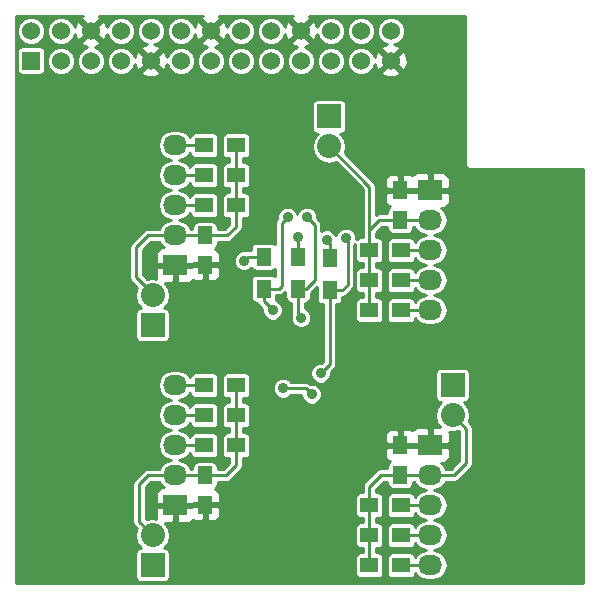
<source format=gbl>
G04 #@! TF.FileFunction,Copper,L2,Bot,Signal*
%FSLAX46Y46*%
G04 Gerber Fmt 4.6, Leading zero omitted, Abs format (unit mm)*
G04 Created by KiCad (PCBNEW (after 2015-mar-04 BZR unknown)-product) date 11/20/2015 3:30:05 PM*
%MOMM*%
G01*
G04 APERTURE LIST*
%ADD10C,0.150000*%
%ADD11R,1.524000X1.524000*%
%ADD12C,1.524000*%
%ADD13R,1.300000X1.500000*%
%ADD14R,1.500000X1.300000*%
%ADD15R,2.032000X1.727200*%
%ADD16O,2.032000X1.727200*%
%ADD17R,1.250000X1.500000*%
%ADD18R,2.032000X2.032000*%
%ADD19O,2.032000X2.032000*%
%ADD20C,0.889000*%
%ADD21C,0.254000*%
G04 APERTURE END LIST*
D10*
D11*
X1760000Y-4270000D03*
D12*
X1760000Y-1730000D03*
X4300000Y-4270000D03*
X4300000Y-1730000D03*
X6840000Y-4270000D03*
X6840000Y-1730000D03*
X9380000Y-4270000D03*
X9380000Y-1730000D03*
X11920000Y-4270000D03*
X11920000Y-1730000D03*
X14460000Y-4270000D03*
X14460000Y-1730000D03*
X17000000Y-4270000D03*
X17000000Y-1730000D03*
X19540000Y-4270000D03*
X19540000Y-1730000D03*
X22080000Y-4270000D03*
X22080000Y-1730000D03*
X24620000Y-4270000D03*
X24620000Y-1730000D03*
X27160000Y-4270000D03*
X27160000Y-1730000D03*
X29700000Y-4270000D03*
X29700000Y-1730000D03*
X32240000Y-4270000D03*
X32240000Y-1730000D03*
D13*
X27051000Y-21002000D03*
X27051000Y-23702000D03*
X24384000Y-20875000D03*
X24384000Y-23575000D03*
X21463000Y-20875000D03*
X21463000Y-23575000D03*
D14*
X19130000Y-31750000D03*
X16430000Y-31750000D03*
X30400000Y-46990000D03*
X33100000Y-46990000D03*
X30400000Y-25400000D03*
X33100000Y-25400000D03*
X19130000Y-11430000D03*
X16430000Y-11430000D03*
X19130000Y-34290000D03*
X16430000Y-34290000D03*
X30400000Y-44450000D03*
X33100000Y-44450000D03*
X30400000Y-22860000D03*
X33100000Y-22860000D03*
X19130000Y-13970000D03*
X16430000Y-13970000D03*
X19130000Y-36830000D03*
X16430000Y-36830000D03*
X30400000Y-41910000D03*
X33100000Y-41910000D03*
X30400000Y-20320000D03*
X33100000Y-20320000D03*
X19130000Y-16510000D03*
X16430000Y-16510000D03*
D15*
X13970000Y-41910000D03*
D16*
X13970000Y-39370000D03*
X13970000Y-36830000D03*
X13970000Y-34290000D03*
X13970000Y-31750000D03*
D15*
X35560000Y-36830000D03*
D16*
X35560000Y-39370000D03*
X35560000Y-41910000D03*
X35560000Y-44450000D03*
X35560000Y-46990000D03*
D15*
X35560000Y-15240000D03*
D16*
X35560000Y-17780000D03*
X35560000Y-20320000D03*
X35560000Y-22860000D03*
X35560000Y-25400000D03*
D15*
X13970000Y-21590000D03*
D16*
X13970000Y-19050000D03*
X13970000Y-16510000D03*
X13970000Y-13970000D03*
X13970000Y-11430000D03*
D17*
X33020000Y-39350000D03*
X33020000Y-36850000D03*
X33020000Y-17760000D03*
X33020000Y-15260000D03*
X16510000Y-19070000D03*
X16510000Y-21570000D03*
X16510000Y-39390000D03*
X16510000Y-41890000D03*
D18*
X12065000Y-46990000D03*
D19*
X12065000Y-44450000D03*
D18*
X37465000Y-31750000D03*
D19*
X37465000Y-34290000D03*
D18*
X27000000Y-9000000D03*
D19*
X27000000Y-11540000D03*
D18*
X12065000Y-26670000D03*
D19*
X12065000Y-24130000D03*
D20*
X25146000Y-17526000D03*
X24638000Y-26035000D03*
X22225000Y-25400000D03*
X23495000Y-17526000D03*
X16764000Y-26416000D03*
X20574000Y-8890000D03*
X30353000Y-34671000D03*
X25045000Y-36169000D03*
X25527000Y-32512000D03*
X23114000Y-32004000D03*
X26289000Y-30734000D03*
X28448000Y-19304000D03*
X19812000Y-21209000D03*
X24384000Y-19177000D03*
X26797000Y-19431000D03*
D21*
X25066000Y-23575000D02*
X25781000Y-22860000D01*
X25781000Y-22860000D02*
X25781000Y-18161000D01*
X25781000Y-18161000D02*
X25146000Y-17526000D01*
X24384000Y-23575000D02*
X25066000Y-23575000D01*
X24384000Y-25781000D02*
X24384000Y-23575000D01*
X24638000Y-26035000D02*
X24384000Y-25781000D01*
X21463000Y-24638000D02*
X21463000Y-23575000D01*
X22225000Y-25400000D02*
X21463000Y-24638000D01*
X22780000Y-23575000D02*
X21463000Y-23575000D01*
X22987000Y-23368000D02*
X22780000Y-23575000D01*
X22987000Y-18034000D02*
X22987000Y-23368000D01*
X23495000Y-17526000D02*
X22987000Y-18034000D01*
X16510000Y-21570000D02*
X13990000Y-21570000D01*
X13990000Y-21570000D02*
X13970000Y-21590000D01*
X35560000Y-36830000D02*
X33040000Y-36830000D01*
X33040000Y-36830000D02*
X33020000Y-36850000D01*
X25045000Y-36169000D02*
X25019000Y-36195000D01*
X13970000Y-36830000D02*
X16430000Y-36830000D01*
X13970000Y-34290000D02*
X16430000Y-34290000D01*
X13970000Y-31750000D02*
X16430000Y-31750000D01*
X25527000Y-32512000D02*
X25019000Y-32004000D01*
X25019000Y-32004000D02*
X23114000Y-32004000D01*
X35560000Y-41910000D02*
X33100000Y-41910000D01*
X35560000Y-44450000D02*
X33100000Y-44450000D01*
X35560000Y-46990000D02*
X33100000Y-46990000D01*
X35560000Y-20320000D02*
X33100000Y-20320000D01*
X35560000Y-22860000D02*
X33100000Y-22860000D01*
X35560000Y-25400000D02*
X33100000Y-25400000D01*
X16430000Y-11430000D02*
X13970000Y-11430000D01*
X27051000Y-23702000D02*
X27051000Y-29972000D01*
X27051000Y-29972000D02*
X26289000Y-30734000D01*
X28114000Y-23702000D02*
X27051000Y-23702000D01*
X28448000Y-19304000D02*
X28575000Y-19431000D01*
X28575000Y-19431000D02*
X28575000Y-23241000D01*
X28575000Y-23241000D02*
X28114000Y-23702000D01*
X19130000Y-36830000D02*
X19130000Y-38528000D01*
X18268000Y-39390000D02*
X16510000Y-39390000D01*
X19130000Y-38528000D02*
X18268000Y-39390000D01*
X19130000Y-34290000D02*
X19130000Y-36830000D01*
X19130000Y-31750000D02*
X19130000Y-34290000D01*
X13970000Y-39370000D02*
X16490000Y-39370000D01*
X16490000Y-39370000D02*
X16510000Y-39390000D01*
X12065000Y-44450000D02*
X10922000Y-43307000D01*
X11684000Y-39370000D02*
X13970000Y-39370000D01*
X10922000Y-40132000D02*
X11684000Y-39370000D01*
X10922000Y-43307000D02*
X10922000Y-40132000D01*
X21463000Y-20875000D02*
X20146000Y-20875000D01*
X20146000Y-20875000D02*
X19812000Y-21209000D01*
X24384000Y-20875000D02*
X24384000Y-19177000D01*
X27051000Y-21002000D02*
X27051000Y-19685000D01*
X27051000Y-19685000D02*
X26797000Y-19431000D01*
X30400000Y-18796000D02*
X30400000Y-14940000D01*
X30400000Y-14940000D02*
X27000000Y-11540000D01*
X30400000Y-20320000D02*
X30400000Y-18796000D01*
X30400000Y-18796000D02*
X30400000Y-18622000D01*
X31262000Y-17760000D02*
X33020000Y-17760000D01*
X30400000Y-18622000D02*
X31262000Y-17760000D01*
X30400000Y-22860000D02*
X30400000Y-20320000D01*
X30400000Y-25400000D02*
X30400000Y-22860000D01*
X35560000Y-17780000D02*
X33040000Y-17780000D01*
X33040000Y-17780000D02*
X33020000Y-17760000D01*
X19130000Y-11430000D02*
X19130000Y-13970000D01*
X19130000Y-13970000D02*
X19130000Y-16510000D01*
X16510000Y-19070000D02*
X18395000Y-19070000D01*
X19130000Y-18335000D02*
X19130000Y-16510000D01*
X18395000Y-19070000D02*
X19130000Y-18335000D01*
X12065000Y-24130000D02*
X12065000Y-24003000D01*
X12065000Y-24003000D02*
X10668000Y-22606000D01*
X10668000Y-22606000D02*
X10668000Y-20066000D01*
X10668000Y-20066000D02*
X11684000Y-19050000D01*
X11684000Y-19050000D02*
X13970000Y-19050000D01*
X16510000Y-19070000D02*
X13990000Y-19070000D01*
X13990000Y-19070000D02*
X13970000Y-19050000D01*
X16430000Y-16510000D02*
X13970000Y-16510000D01*
X16430000Y-13970000D02*
X13970000Y-13970000D01*
X35560000Y-39370000D02*
X37592000Y-39370000D01*
X38608000Y-35433000D02*
X37465000Y-34290000D01*
X38608000Y-38354000D02*
X38608000Y-35433000D01*
X37592000Y-39370000D02*
X38608000Y-38354000D01*
X30400000Y-46990000D02*
X30400000Y-44450000D01*
X30400000Y-41910000D02*
X30400000Y-44450000D01*
X33020000Y-39350000D02*
X31389000Y-39350000D01*
X30400000Y-40339000D02*
X30400000Y-41910000D01*
X31389000Y-39350000D02*
X30400000Y-40339000D01*
X35560000Y-39370000D02*
X33040000Y-39370000D01*
X33040000Y-39370000D02*
X33020000Y-39350000D01*
G36*
X48518200Y-48518200D02*
X39166800Y-48518200D01*
X39166800Y-38354000D01*
X39166800Y-35433000D01*
X39124264Y-35219157D01*
X39124264Y-35219156D01*
X39003131Y-35037869D01*
X38822286Y-34857024D01*
X38830957Y-34844049D01*
X38941164Y-34290000D01*
X38830957Y-33735951D01*
X38517113Y-33266251D01*
X38427328Y-33206259D01*
X38481000Y-33206259D01*
X38645644Y-33174315D01*
X38790351Y-33079258D01*
X38887216Y-32935755D01*
X38921259Y-32766000D01*
X38921259Y-30734000D01*
X38889315Y-30569356D01*
X38794258Y-30424649D01*
X38650755Y-30327784D01*
X38481000Y-30293741D01*
X37211000Y-30293741D01*
X37211000Y-16229910D01*
X37211000Y-15977291D01*
X37211000Y-15525750D01*
X37211000Y-14954250D01*
X37211000Y-14502709D01*
X37211000Y-14250090D01*
X37114327Y-14016701D01*
X36935698Y-13838073D01*
X36702309Y-13741400D01*
X35845750Y-13741400D01*
X35687000Y-13900150D01*
X35687000Y-15113000D01*
X37052250Y-15113000D01*
X37211000Y-14954250D01*
X37211000Y-15525750D01*
X37052250Y-15367000D01*
X35687000Y-15367000D01*
X35687000Y-15387000D01*
X35433000Y-15387000D01*
X35433000Y-15367000D01*
X35433000Y-15113000D01*
X35433000Y-13900150D01*
X35274250Y-13741400D01*
X34417691Y-13741400D01*
X34184302Y-13838073D01*
X34027699Y-13994674D01*
X34004699Y-13971673D01*
X33771310Y-13875000D01*
X33649144Y-13875000D01*
X33649144Y-4477698D01*
X33621362Y-3922632D01*
X33462397Y-3538857D01*
X33434007Y-3530713D01*
X33434007Y-1493580D01*
X33252645Y-1054650D01*
X32917116Y-718536D01*
X32478503Y-536408D01*
X32003580Y-535993D01*
X31564650Y-717355D01*
X31228536Y-1052884D01*
X31046408Y-1491497D01*
X31045993Y-1966420D01*
X31227355Y-2405350D01*
X31562884Y-2741464D01*
X31914662Y-2887535D01*
X31892632Y-2888638D01*
X31508857Y-3047603D01*
X31439392Y-3289787D01*
X32240000Y-4090395D01*
X33040608Y-3289787D01*
X32971143Y-3047603D01*
X32545130Y-2895616D01*
X32915350Y-2742645D01*
X33251464Y-2407116D01*
X33433592Y-1968503D01*
X33434007Y-1493580D01*
X33434007Y-3530713D01*
X33220213Y-3469392D01*
X32419605Y-4270000D01*
X33220213Y-5070608D01*
X33462397Y-5001143D01*
X33649144Y-4477698D01*
X33649144Y-13875000D01*
X33518691Y-13875000D01*
X33305750Y-13875000D01*
X33147000Y-14033750D01*
X33147000Y-15133000D01*
X34121250Y-15133000D01*
X34141250Y-15113000D01*
X35433000Y-15113000D01*
X35433000Y-15367000D01*
X34067750Y-15367000D01*
X34047750Y-15387000D01*
X33147000Y-15387000D01*
X33147000Y-15407000D01*
X33040608Y-15407000D01*
X33040608Y-5250213D01*
X32240000Y-4449605D01*
X32060395Y-4629210D01*
X32060395Y-4270000D01*
X31259787Y-3469392D01*
X31017603Y-3538857D01*
X30894007Y-3885290D01*
X30894007Y-1493580D01*
X30712645Y-1054650D01*
X30377116Y-718536D01*
X29938503Y-536408D01*
X29463580Y-535993D01*
X29024650Y-717355D01*
X28688536Y-1052884D01*
X28506408Y-1491497D01*
X28505993Y-1966420D01*
X28687355Y-2405350D01*
X29022884Y-2741464D01*
X29461497Y-2923592D01*
X29936420Y-2924007D01*
X30375350Y-2742645D01*
X30711464Y-2407116D01*
X30893592Y-1968503D01*
X30894007Y-1493580D01*
X30894007Y-3885290D01*
X30865616Y-3964869D01*
X30712645Y-3594650D01*
X30377116Y-3258536D01*
X29938503Y-3076408D01*
X29463580Y-3075993D01*
X29024650Y-3257355D01*
X28688536Y-3592884D01*
X28506408Y-4031497D01*
X28505993Y-4506420D01*
X28687355Y-4945350D01*
X29022884Y-5281464D01*
X29461497Y-5463592D01*
X29936420Y-5464007D01*
X30375350Y-5282645D01*
X30711464Y-4947116D01*
X30857535Y-4595337D01*
X30858638Y-4617368D01*
X31017603Y-5001143D01*
X31259787Y-5070608D01*
X32060395Y-4270000D01*
X32060395Y-4629210D01*
X31439392Y-5250213D01*
X31508857Y-5492397D01*
X32032302Y-5679144D01*
X32587368Y-5651362D01*
X32971143Y-5492397D01*
X33040608Y-5250213D01*
X33040608Y-15407000D01*
X32893000Y-15407000D01*
X32893000Y-15387000D01*
X32893000Y-15133000D01*
X32893000Y-14033750D01*
X32734250Y-13875000D01*
X32521309Y-13875000D01*
X32268690Y-13875000D01*
X32035301Y-13971673D01*
X31856673Y-14150302D01*
X31760000Y-14383691D01*
X31760000Y-14974250D01*
X31918750Y-15133000D01*
X32893000Y-15133000D01*
X32893000Y-15387000D01*
X31918750Y-15387000D01*
X31760000Y-15545750D01*
X31760000Y-16136309D01*
X31856673Y-16369698D01*
X32035301Y-16548327D01*
X32204740Y-16618511D01*
X32085649Y-16696742D01*
X31988784Y-16840245D01*
X31954741Y-17010000D01*
X31954741Y-17201200D01*
X31262000Y-17201200D01*
X31048156Y-17243736D01*
X30958800Y-17303442D01*
X30958800Y-14940000D01*
X30916264Y-14726157D01*
X30916264Y-14726156D01*
X30795131Y-14544869D01*
X28357286Y-12107024D01*
X28365957Y-12094049D01*
X28476164Y-11540000D01*
X28365957Y-10985951D01*
X28052113Y-10516251D01*
X27962328Y-10456259D01*
X28016000Y-10456259D01*
X28180644Y-10424315D01*
X28325351Y-10329258D01*
X28422216Y-10185755D01*
X28456259Y-10016000D01*
X28456259Y-7984000D01*
X28424315Y-7819356D01*
X28354007Y-7712324D01*
X28354007Y-4033580D01*
X28354007Y-1493580D01*
X28172645Y-1054650D01*
X27837116Y-718536D01*
X27398503Y-536408D01*
X26923580Y-535993D01*
X26484650Y-717355D01*
X26148536Y-1052884D01*
X26002464Y-1404662D01*
X26001362Y-1382632D01*
X25842397Y-998857D01*
X25600213Y-929392D01*
X24799605Y-1730000D01*
X25600213Y-2530608D01*
X25842397Y-2461143D01*
X25994383Y-2035130D01*
X26147355Y-2405350D01*
X26482884Y-2741464D01*
X26921497Y-2923592D01*
X27396420Y-2924007D01*
X27835350Y-2742645D01*
X28171464Y-2407116D01*
X28353592Y-1968503D01*
X28354007Y-1493580D01*
X28354007Y-4033580D01*
X28172645Y-3594650D01*
X27837116Y-3258536D01*
X27398503Y-3076408D01*
X26923580Y-3075993D01*
X26484650Y-3257355D01*
X26148536Y-3592884D01*
X25966408Y-4031497D01*
X25965993Y-4506420D01*
X26147355Y-4945350D01*
X26482884Y-5281464D01*
X26921497Y-5463592D01*
X27396420Y-5464007D01*
X27835350Y-5282645D01*
X28171464Y-4947116D01*
X28353592Y-4508503D01*
X28354007Y-4033580D01*
X28354007Y-7712324D01*
X28329258Y-7674649D01*
X28185755Y-7577784D01*
X28016000Y-7543741D01*
X25984000Y-7543741D01*
X25819356Y-7575685D01*
X25814007Y-7579198D01*
X25814007Y-4033580D01*
X25632645Y-3594650D01*
X25297116Y-3258536D01*
X24945337Y-3112464D01*
X24967368Y-3111362D01*
X25351143Y-2952397D01*
X25420608Y-2710213D01*
X24620000Y-1909605D01*
X24440395Y-2089210D01*
X24440395Y-1730000D01*
X23639787Y-929392D01*
X23397603Y-998857D01*
X23245616Y-1424869D01*
X23092645Y-1054650D01*
X22757116Y-718536D01*
X22318503Y-536408D01*
X21843580Y-535993D01*
X21404650Y-717355D01*
X21068536Y-1052884D01*
X20886408Y-1491497D01*
X20885993Y-1966420D01*
X21067355Y-2405350D01*
X21402884Y-2741464D01*
X21841497Y-2923592D01*
X22316420Y-2924007D01*
X22755350Y-2742645D01*
X23091464Y-2407116D01*
X23237535Y-2055337D01*
X23238638Y-2077368D01*
X23397603Y-2461143D01*
X23639787Y-2530608D01*
X24440395Y-1730000D01*
X24440395Y-2089210D01*
X23819392Y-2710213D01*
X23888857Y-2952397D01*
X24314869Y-3104383D01*
X23944650Y-3257355D01*
X23608536Y-3592884D01*
X23426408Y-4031497D01*
X23425993Y-4506420D01*
X23607355Y-4945350D01*
X23942884Y-5281464D01*
X24381497Y-5463592D01*
X24856420Y-5464007D01*
X25295350Y-5282645D01*
X25631464Y-4947116D01*
X25813592Y-4508503D01*
X25814007Y-4033580D01*
X25814007Y-7579198D01*
X25674649Y-7670742D01*
X25577784Y-7814245D01*
X25543741Y-7984000D01*
X25543741Y-10016000D01*
X25575685Y-10180644D01*
X25670742Y-10325351D01*
X25814245Y-10422216D01*
X25984000Y-10456259D01*
X26037671Y-10456259D01*
X25947887Y-10516251D01*
X25634043Y-10985951D01*
X25523836Y-11540000D01*
X25634043Y-12094049D01*
X25947887Y-12563749D01*
X26417587Y-12877593D01*
X26971636Y-12987800D01*
X27028364Y-12987800D01*
X27553151Y-12883413D01*
X29841200Y-15171462D01*
X29841200Y-18622000D01*
X29841200Y-18796000D01*
X29841200Y-19229741D01*
X29650000Y-19229741D01*
X29485356Y-19261685D01*
X29340649Y-19356742D01*
X29324233Y-19381061D01*
X29324452Y-19130458D01*
X29191324Y-18808264D01*
X28945032Y-18561542D01*
X28623072Y-18427852D01*
X28274458Y-18427548D01*
X27952264Y-18560676D01*
X27705542Y-18806968D01*
X27596158Y-19070392D01*
X27540324Y-18935264D01*
X27294032Y-18688542D01*
X26972072Y-18554852D01*
X26623458Y-18554548D01*
X26339800Y-18671753D01*
X26339800Y-18161000D01*
X26297265Y-17947157D01*
X26297264Y-17947156D01*
X26176132Y-17765869D01*
X26022225Y-17611962D01*
X26022452Y-17352458D01*
X25889324Y-17030264D01*
X25643032Y-16783542D01*
X25321072Y-16649852D01*
X24972458Y-16649548D01*
X24650264Y-16782676D01*
X24403542Y-17028968D01*
X24320460Y-17229049D01*
X24238324Y-17030264D01*
X23992032Y-16783542D01*
X23670072Y-16649852D01*
X23321458Y-16649548D01*
X23274007Y-16669154D01*
X23274007Y-4033580D01*
X23092645Y-3594650D01*
X22757116Y-3258536D01*
X22318503Y-3076408D01*
X21843580Y-3075993D01*
X21404650Y-3257355D01*
X21068536Y-3592884D01*
X20886408Y-4031497D01*
X20885993Y-4506420D01*
X21067355Y-4945350D01*
X21402884Y-5281464D01*
X21841497Y-5463592D01*
X22316420Y-5464007D01*
X22755350Y-5282645D01*
X23091464Y-4947116D01*
X23273592Y-4508503D01*
X23274007Y-4033580D01*
X23274007Y-16669154D01*
X22999264Y-16782676D01*
X22752542Y-17028968D01*
X22618852Y-17350928D01*
X22618624Y-17612113D01*
X22591869Y-17638869D01*
X22470736Y-17820156D01*
X22428200Y-18034000D01*
X22428200Y-19818605D01*
X22426258Y-19815649D01*
X22282755Y-19718784D01*
X22113000Y-19684741D01*
X20813000Y-19684741D01*
X20734007Y-19700067D01*
X20734007Y-4033580D01*
X20734007Y-1493580D01*
X20552645Y-1054650D01*
X20217116Y-718536D01*
X19778503Y-536408D01*
X19303580Y-535993D01*
X18864650Y-717355D01*
X18528536Y-1052884D01*
X18382464Y-1404662D01*
X18381362Y-1382632D01*
X18222397Y-998857D01*
X17980213Y-929392D01*
X17179605Y-1730000D01*
X17980213Y-2530608D01*
X18222397Y-2461143D01*
X18374383Y-2035130D01*
X18527355Y-2405350D01*
X18862884Y-2741464D01*
X19301497Y-2923592D01*
X19776420Y-2924007D01*
X20215350Y-2742645D01*
X20551464Y-2407116D01*
X20733592Y-1968503D01*
X20734007Y-1493580D01*
X20734007Y-4033580D01*
X20552645Y-3594650D01*
X20217116Y-3258536D01*
X19778503Y-3076408D01*
X19303580Y-3075993D01*
X18864650Y-3257355D01*
X18528536Y-3592884D01*
X18346408Y-4031497D01*
X18345993Y-4506420D01*
X18527355Y-4945350D01*
X18862884Y-5281464D01*
X19301497Y-5463592D01*
X19776420Y-5464007D01*
X20215350Y-5282645D01*
X20551464Y-4947116D01*
X20733592Y-4508503D01*
X20734007Y-4033580D01*
X20734007Y-19700067D01*
X20648356Y-19716685D01*
X20503649Y-19811742D01*
X20406784Y-19955245D01*
X20372741Y-20125000D01*
X20372741Y-20316200D01*
X20320259Y-20316200D01*
X20320259Y-17160000D01*
X20320259Y-15860000D01*
X20288315Y-15695356D01*
X20193258Y-15550649D01*
X20049755Y-15453784D01*
X19880000Y-15419741D01*
X19688800Y-15419741D01*
X19688800Y-15060259D01*
X19880000Y-15060259D01*
X20044644Y-15028315D01*
X20189351Y-14933258D01*
X20286216Y-14789755D01*
X20320259Y-14620000D01*
X20320259Y-13320000D01*
X20288315Y-13155356D01*
X20193258Y-13010649D01*
X20049755Y-12913784D01*
X19880000Y-12879741D01*
X19688800Y-12879741D01*
X19688800Y-12520259D01*
X19880000Y-12520259D01*
X20044644Y-12488315D01*
X20189351Y-12393258D01*
X20286216Y-12249755D01*
X20320259Y-12080000D01*
X20320259Y-10780000D01*
X20288315Y-10615356D01*
X20193258Y-10470649D01*
X20049755Y-10373784D01*
X19880000Y-10339741D01*
X18380000Y-10339741D01*
X18215356Y-10371685D01*
X18194007Y-10385709D01*
X18194007Y-4033580D01*
X18012645Y-3594650D01*
X17677116Y-3258536D01*
X17325337Y-3112464D01*
X17347368Y-3111362D01*
X17731143Y-2952397D01*
X17800608Y-2710213D01*
X17000000Y-1909605D01*
X16820395Y-2089210D01*
X16820395Y-1730000D01*
X16019787Y-929392D01*
X15777603Y-998857D01*
X15625616Y-1424869D01*
X15472645Y-1054650D01*
X15137116Y-718536D01*
X14698503Y-536408D01*
X14223580Y-535993D01*
X13784650Y-717355D01*
X13448536Y-1052884D01*
X13266408Y-1491497D01*
X13265993Y-1966420D01*
X13447355Y-2405350D01*
X13782884Y-2741464D01*
X14221497Y-2923592D01*
X14696420Y-2924007D01*
X15135350Y-2742645D01*
X15471464Y-2407116D01*
X15617535Y-2055337D01*
X15618638Y-2077368D01*
X15777603Y-2461143D01*
X16019787Y-2530608D01*
X16820395Y-1730000D01*
X16820395Y-2089210D01*
X16199392Y-2710213D01*
X16268857Y-2952397D01*
X16694869Y-3104383D01*
X16324650Y-3257355D01*
X15988536Y-3592884D01*
X15806408Y-4031497D01*
X15805993Y-4506420D01*
X15987355Y-4945350D01*
X16322884Y-5281464D01*
X16761497Y-5463592D01*
X17236420Y-5464007D01*
X17675350Y-5282645D01*
X18011464Y-4947116D01*
X18193592Y-4508503D01*
X18194007Y-4033580D01*
X18194007Y-10385709D01*
X18070649Y-10466742D01*
X17973784Y-10610245D01*
X17939741Y-10780000D01*
X17939741Y-12080000D01*
X17971685Y-12244644D01*
X18066742Y-12389351D01*
X18210245Y-12486216D01*
X18380000Y-12520259D01*
X18571200Y-12520259D01*
X18571200Y-12879741D01*
X18380000Y-12879741D01*
X18215356Y-12911685D01*
X18070649Y-13006742D01*
X17973784Y-13150245D01*
X17939741Y-13320000D01*
X17939741Y-14620000D01*
X17971685Y-14784644D01*
X18066742Y-14929351D01*
X18210245Y-15026216D01*
X18380000Y-15060259D01*
X18571200Y-15060259D01*
X18571200Y-15419741D01*
X18380000Y-15419741D01*
X18215356Y-15451685D01*
X18070649Y-15546742D01*
X17973784Y-15690245D01*
X17939741Y-15860000D01*
X17939741Y-17160000D01*
X17971685Y-17324644D01*
X18066742Y-17469351D01*
X18210245Y-17566216D01*
X18380000Y-17600259D01*
X18571200Y-17600259D01*
X18571200Y-18103538D01*
X18163538Y-18511200D01*
X17575259Y-18511200D01*
X17575259Y-18320000D01*
X17543315Y-18155356D01*
X17448258Y-18010649D01*
X17304755Y-17913784D01*
X17135000Y-17879741D01*
X15885000Y-17879741D01*
X15720356Y-17911685D01*
X15575649Y-18006742D01*
X15478784Y-18150245D01*
X15444741Y-18320000D01*
X15444741Y-18511200D01*
X15318778Y-18511200D01*
X15066750Y-18134014D01*
X14646492Y-17853206D01*
X14278458Y-17780000D01*
X14646492Y-17706794D01*
X15066750Y-17425986D01*
X15240806Y-17165492D01*
X15271685Y-17324644D01*
X15366742Y-17469351D01*
X15510245Y-17566216D01*
X15680000Y-17600259D01*
X17180000Y-17600259D01*
X17344644Y-17568315D01*
X17489351Y-17473258D01*
X17586216Y-17329755D01*
X17620259Y-17160000D01*
X17620259Y-15860000D01*
X17588315Y-15695356D01*
X17493258Y-15550649D01*
X17349755Y-15453784D01*
X17180000Y-15419741D01*
X15680000Y-15419741D01*
X15515356Y-15451685D01*
X15370649Y-15546742D01*
X15273784Y-15690245D01*
X15240834Y-15854548D01*
X15066750Y-15594014D01*
X14646492Y-15313206D01*
X14278458Y-15240000D01*
X14646492Y-15166794D01*
X15066750Y-14885986D01*
X15240806Y-14625492D01*
X15271685Y-14784644D01*
X15366742Y-14929351D01*
X15510245Y-15026216D01*
X15680000Y-15060259D01*
X17180000Y-15060259D01*
X17344644Y-15028315D01*
X17489351Y-14933258D01*
X17586216Y-14789755D01*
X17620259Y-14620000D01*
X17620259Y-13320000D01*
X17588315Y-13155356D01*
X17493258Y-13010649D01*
X17349755Y-12913784D01*
X17180000Y-12879741D01*
X15680000Y-12879741D01*
X15515356Y-12911685D01*
X15370649Y-13006742D01*
X15273784Y-13150245D01*
X15240834Y-13314548D01*
X15066750Y-13054014D01*
X14646492Y-12773206D01*
X14278458Y-12700000D01*
X14646492Y-12626794D01*
X15066750Y-12345986D01*
X15240806Y-12085492D01*
X15271685Y-12244644D01*
X15366742Y-12389351D01*
X15510245Y-12486216D01*
X15680000Y-12520259D01*
X17180000Y-12520259D01*
X17344644Y-12488315D01*
X17489351Y-12393258D01*
X17586216Y-12249755D01*
X17620259Y-12080000D01*
X17620259Y-10780000D01*
X17588315Y-10615356D01*
X17493258Y-10470649D01*
X17349755Y-10373784D01*
X17180000Y-10339741D01*
X15680000Y-10339741D01*
X15654007Y-10344784D01*
X15654007Y-4033580D01*
X15472645Y-3594650D01*
X15137116Y-3258536D01*
X14698503Y-3076408D01*
X14223580Y-3075993D01*
X13784650Y-3257355D01*
X13448536Y-3592884D01*
X13302464Y-3944662D01*
X13301362Y-3922632D01*
X13142397Y-3538857D01*
X13114007Y-3530713D01*
X13114007Y-1493580D01*
X12932645Y-1054650D01*
X12597116Y-718536D01*
X12158503Y-536408D01*
X11683580Y-535993D01*
X11244650Y-717355D01*
X10908536Y-1052884D01*
X10726408Y-1491497D01*
X10725993Y-1966420D01*
X10907355Y-2405350D01*
X11242884Y-2741464D01*
X11594662Y-2887535D01*
X11572632Y-2888638D01*
X11188857Y-3047603D01*
X11119392Y-3289787D01*
X11920000Y-4090395D01*
X12720608Y-3289787D01*
X12651143Y-3047603D01*
X12225130Y-2895616D01*
X12595350Y-2742645D01*
X12931464Y-2407116D01*
X13113592Y-1968503D01*
X13114007Y-1493580D01*
X13114007Y-3530713D01*
X12900213Y-3469392D01*
X12099605Y-4270000D01*
X12900213Y-5070608D01*
X13142397Y-5001143D01*
X13294383Y-4575130D01*
X13447355Y-4945350D01*
X13782884Y-5281464D01*
X14221497Y-5463592D01*
X14696420Y-5464007D01*
X15135350Y-5282645D01*
X15471464Y-4947116D01*
X15653592Y-4508503D01*
X15654007Y-4033580D01*
X15654007Y-10344784D01*
X15515356Y-10371685D01*
X15370649Y-10466742D01*
X15273784Y-10610245D01*
X15240834Y-10774548D01*
X15066750Y-10514014D01*
X14646492Y-10233206D01*
X14150764Y-10134600D01*
X13789236Y-10134600D01*
X13293508Y-10233206D01*
X12873250Y-10514014D01*
X12720608Y-10742458D01*
X12720608Y-5250213D01*
X11920000Y-4449605D01*
X11740395Y-4629210D01*
X11740395Y-4270000D01*
X10939787Y-3469392D01*
X10697603Y-3538857D01*
X10574007Y-3885290D01*
X10574007Y-1493580D01*
X10392645Y-1054650D01*
X10057116Y-718536D01*
X9618503Y-536408D01*
X9143580Y-535993D01*
X8704650Y-717355D01*
X8368536Y-1052884D01*
X8222464Y-1404662D01*
X8221362Y-1382632D01*
X8062397Y-998857D01*
X7820213Y-929392D01*
X7019605Y-1730000D01*
X7820213Y-2530608D01*
X8062397Y-2461143D01*
X8214383Y-2035130D01*
X8367355Y-2405350D01*
X8702884Y-2741464D01*
X9141497Y-2923592D01*
X9616420Y-2924007D01*
X10055350Y-2742645D01*
X10391464Y-2407116D01*
X10573592Y-1968503D01*
X10574007Y-1493580D01*
X10574007Y-3885290D01*
X10545616Y-3964869D01*
X10392645Y-3594650D01*
X10057116Y-3258536D01*
X9618503Y-3076408D01*
X9143580Y-3075993D01*
X8704650Y-3257355D01*
X8368536Y-3592884D01*
X8186408Y-4031497D01*
X8185993Y-4506420D01*
X8367355Y-4945350D01*
X8702884Y-5281464D01*
X9141497Y-5463592D01*
X9616420Y-5464007D01*
X10055350Y-5282645D01*
X10391464Y-4947116D01*
X10537535Y-4595337D01*
X10538638Y-4617368D01*
X10697603Y-5001143D01*
X10939787Y-5070608D01*
X11740395Y-4270000D01*
X11740395Y-4629210D01*
X11119392Y-5250213D01*
X11188857Y-5492397D01*
X11712302Y-5679144D01*
X12267368Y-5651362D01*
X12651143Y-5492397D01*
X12720608Y-5250213D01*
X12720608Y-10742458D01*
X12592442Y-10934272D01*
X12493836Y-11430000D01*
X12592442Y-11925728D01*
X12873250Y-12345986D01*
X13293508Y-12626794D01*
X13661541Y-12700000D01*
X13293508Y-12773206D01*
X12873250Y-13054014D01*
X12592442Y-13474272D01*
X12493836Y-13970000D01*
X12592442Y-14465728D01*
X12873250Y-14885986D01*
X13293508Y-15166794D01*
X13661541Y-15240000D01*
X13293508Y-15313206D01*
X12873250Y-15594014D01*
X12592442Y-16014272D01*
X12493836Y-16510000D01*
X12592442Y-17005728D01*
X12873250Y-17425986D01*
X13293508Y-17706794D01*
X13661541Y-17780000D01*
X13293508Y-17853206D01*
X12873250Y-18134014D01*
X12634585Y-18491200D01*
X11684000Y-18491200D01*
X11470156Y-18533736D01*
X11288869Y-18654869D01*
X10272869Y-19670869D01*
X10151736Y-19852156D01*
X10109200Y-20066000D01*
X10109200Y-22606000D01*
X10151736Y-22819844D01*
X10272869Y-23001131D01*
X10758582Y-23486844D01*
X10699043Y-23575951D01*
X10588836Y-24130000D01*
X10699043Y-24684049D01*
X11012887Y-25153749D01*
X11102671Y-25213741D01*
X11049000Y-25213741D01*
X10884356Y-25245685D01*
X10739649Y-25340742D01*
X10642784Y-25484245D01*
X10608741Y-25654000D01*
X10608741Y-27686000D01*
X10640685Y-27850644D01*
X10735742Y-27995351D01*
X10879245Y-28092216D01*
X11049000Y-28126259D01*
X13081000Y-28126259D01*
X13245644Y-28094315D01*
X13390351Y-27999258D01*
X13487216Y-27855755D01*
X13521259Y-27686000D01*
X13521259Y-25654000D01*
X13489315Y-25489356D01*
X13394258Y-25344649D01*
X13250755Y-25247784D01*
X13081000Y-25213741D01*
X13027328Y-25213741D01*
X13117113Y-25153749D01*
X13430957Y-24684049D01*
X13541164Y-24130000D01*
X13430957Y-23575951D01*
X13117113Y-23106251D01*
X13090696Y-23088600D01*
X13684250Y-23088600D01*
X13843000Y-22929850D01*
X13843000Y-21717000D01*
X12477750Y-21717000D01*
X12319000Y-21875750D01*
X12319000Y-22327291D01*
X12319000Y-22579910D01*
X12385434Y-22740296D01*
X12093364Y-22682200D01*
X12036636Y-22682200D01*
X11617778Y-22765515D01*
X11226800Y-22374537D01*
X11226800Y-20297462D01*
X11915462Y-19608800D01*
X12634585Y-19608800D01*
X12873250Y-19965986D01*
X13060944Y-20091400D01*
X12827691Y-20091400D01*
X12594302Y-20188073D01*
X12415673Y-20366701D01*
X12319000Y-20600090D01*
X12319000Y-20852709D01*
X12319000Y-21304250D01*
X12477750Y-21463000D01*
X13843000Y-21463000D01*
X13843000Y-21443000D01*
X14097000Y-21443000D01*
X14097000Y-21463000D01*
X15462250Y-21463000D01*
X15482250Y-21443000D01*
X16383000Y-21443000D01*
X16383000Y-21423000D01*
X16637000Y-21423000D01*
X16637000Y-21443000D01*
X17611250Y-21443000D01*
X17770000Y-21284250D01*
X17770000Y-20693691D01*
X17673327Y-20460302D01*
X17494699Y-20281673D01*
X17325259Y-20211488D01*
X17444351Y-20133258D01*
X17541216Y-19989755D01*
X17575259Y-19820000D01*
X17575259Y-19628800D01*
X18395000Y-19628800D01*
X18608843Y-19586264D01*
X18608844Y-19586264D01*
X18790131Y-19465131D01*
X19525131Y-18730131D01*
X19646264Y-18548844D01*
X19646264Y-18548843D01*
X19688800Y-18335000D01*
X19688800Y-17600259D01*
X19880000Y-17600259D01*
X20044644Y-17568315D01*
X20189351Y-17473258D01*
X20286216Y-17329755D01*
X20320259Y-17160000D01*
X20320259Y-20316200D01*
X20146000Y-20316200D01*
X20011432Y-20342967D01*
X20011431Y-20342967D01*
X19987072Y-20332852D01*
X19638458Y-20332548D01*
X19316264Y-20465676D01*
X19069542Y-20711968D01*
X18935852Y-21033928D01*
X18935548Y-21382542D01*
X19068676Y-21704736D01*
X19314968Y-21951458D01*
X19636928Y-22085148D01*
X19985542Y-22085452D01*
X20307736Y-21952324D01*
X20430829Y-21829444D01*
X20499742Y-21934351D01*
X20643245Y-22031216D01*
X20813000Y-22065259D01*
X22113000Y-22065259D01*
X22277644Y-22033315D01*
X22422351Y-21938258D01*
X22428200Y-21929592D01*
X22428200Y-22518605D01*
X22426258Y-22515649D01*
X22282755Y-22418784D01*
X22113000Y-22384741D01*
X20813000Y-22384741D01*
X20648356Y-22416685D01*
X20503649Y-22511742D01*
X20406784Y-22655245D01*
X20372741Y-22825000D01*
X20372741Y-24325000D01*
X20404685Y-24489644D01*
X20499742Y-24634351D01*
X20643245Y-24731216D01*
X20813000Y-24765259D01*
X20929513Y-24765259D01*
X20946736Y-24851844D01*
X21067869Y-25033131D01*
X21348774Y-25314036D01*
X21348548Y-25573542D01*
X21481676Y-25895736D01*
X21727968Y-26142458D01*
X22049928Y-26276148D01*
X22398542Y-26276452D01*
X22720736Y-26143324D01*
X22967458Y-25897032D01*
X23101148Y-25575072D01*
X23101452Y-25226458D01*
X22968324Y-24904264D01*
X22722032Y-24657542D01*
X22477791Y-24556124D01*
X22519216Y-24494755D01*
X22553259Y-24325000D01*
X22553259Y-24133800D01*
X22780000Y-24133800D01*
X22993843Y-24091264D01*
X22993844Y-24091264D01*
X23175131Y-23970131D01*
X23293741Y-23851521D01*
X23293741Y-24325000D01*
X23325685Y-24489644D01*
X23420742Y-24634351D01*
X23564245Y-24731216D01*
X23734000Y-24765259D01*
X23825200Y-24765259D01*
X23825200Y-25707369D01*
X23761852Y-25859928D01*
X23761548Y-26208542D01*
X23894676Y-26530736D01*
X24140968Y-26777458D01*
X24462928Y-26911148D01*
X24811542Y-26911452D01*
X25133736Y-26778324D01*
X25380458Y-26532032D01*
X25514148Y-26210072D01*
X25514452Y-25861458D01*
X25381324Y-25539264D01*
X25135032Y-25292542D01*
X24942800Y-25212719D01*
X24942800Y-24765259D01*
X25034000Y-24765259D01*
X25198644Y-24733315D01*
X25343351Y-24638258D01*
X25440216Y-24494755D01*
X25474259Y-24325000D01*
X25474259Y-23957003D01*
X25960741Y-23470521D01*
X25960741Y-24452000D01*
X25992685Y-24616644D01*
X26087742Y-24761351D01*
X26231245Y-24858216D01*
X26401000Y-24892259D01*
X26492200Y-24892259D01*
X26492200Y-29740538D01*
X26374963Y-29857774D01*
X26115458Y-29857548D01*
X25793264Y-29990676D01*
X25546542Y-30236968D01*
X25412852Y-30558928D01*
X25412548Y-30907542D01*
X25545676Y-31229736D01*
X25791968Y-31476458D01*
X26113928Y-31610148D01*
X26462542Y-31610452D01*
X26784736Y-31477324D01*
X27031458Y-31231032D01*
X27165148Y-30909072D01*
X27165375Y-30647886D01*
X27446131Y-30367131D01*
X27567264Y-30185844D01*
X27567265Y-30185843D01*
X27609800Y-29972000D01*
X27609800Y-24892259D01*
X27701000Y-24892259D01*
X27865644Y-24860315D01*
X28010351Y-24765258D01*
X28107216Y-24621755D01*
X28141259Y-24452000D01*
X28141259Y-24255377D01*
X28327843Y-24218264D01*
X28327844Y-24218264D01*
X28509131Y-24097131D01*
X28970131Y-23636132D01*
X28970131Y-23636131D01*
X29091264Y-23454844D01*
X29133799Y-23241000D01*
X29133800Y-23241000D01*
X29133800Y-19857591D01*
X29190458Y-19801032D01*
X29209741Y-19754593D01*
X29209741Y-20970000D01*
X29241685Y-21134644D01*
X29336742Y-21279351D01*
X29480245Y-21376216D01*
X29650000Y-21410259D01*
X29841200Y-21410259D01*
X29841200Y-21769741D01*
X29650000Y-21769741D01*
X29485356Y-21801685D01*
X29340649Y-21896742D01*
X29243784Y-22040245D01*
X29209741Y-22210000D01*
X29209741Y-23510000D01*
X29241685Y-23674644D01*
X29336742Y-23819351D01*
X29480245Y-23916216D01*
X29650000Y-23950259D01*
X29841200Y-23950259D01*
X29841200Y-24309741D01*
X29650000Y-24309741D01*
X29485356Y-24341685D01*
X29340649Y-24436742D01*
X29243784Y-24580245D01*
X29209741Y-24750000D01*
X29209741Y-26050000D01*
X29241685Y-26214644D01*
X29336742Y-26359351D01*
X29480245Y-26456216D01*
X29650000Y-26490259D01*
X31150000Y-26490259D01*
X31314644Y-26458315D01*
X31459351Y-26363258D01*
X31556216Y-26219755D01*
X31590259Y-26050000D01*
X31590259Y-24750000D01*
X31558315Y-24585356D01*
X31463258Y-24440649D01*
X31319755Y-24343784D01*
X31150000Y-24309741D01*
X30958800Y-24309741D01*
X30958800Y-23950259D01*
X31150000Y-23950259D01*
X31314644Y-23918315D01*
X31459351Y-23823258D01*
X31556216Y-23679755D01*
X31590259Y-23510000D01*
X31590259Y-22210000D01*
X31558315Y-22045356D01*
X31463258Y-21900649D01*
X31319755Y-21803784D01*
X31150000Y-21769741D01*
X30958800Y-21769741D01*
X30958800Y-21410259D01*
X31150000Y-21410259D01*
X31314644Y-21378315D01*
X31459351Y-21283258D01*
X31556216Y-21139755D01*
X31590259Y-20970000D01*
X31590259Y-19670000D01*
X31558315Y-19505356D01*
X31463258Y-19360649D01*
X31319755Y-19263784D01*
X31150000Y-19229741D01*
X30958800Y-19229741D01*
X30958800Y-18853462D01*
X31493462Y-18318800D01*
X31954741Y-18318800D01*
X31954741Y-18510000D01*
X31986685Y-18674644D01*
X32081742Y-18819351D01*
X32225245Y-18916216D01*
X32395000Y-18950259D01*
X33645000Y-18950259D01*
X33809644Y-18918315D01*
X33954351Y-18823258D01*
X34051216Y-18679755D01*
X34085259Y-18510000D01*
X34085259Y-18338800D01*
X34224585Y-18338800D01*
X34463250Y-18695986D01*
X34883508Y-18976794D01*
X35251541Y-19050000D01*
X34883508Y-19123206D01*
X34463250Y-19404014D01*
X34289193Y-19664507D01*
X34258315Y-19505356D01*
X34163258Y-19360649D01*
X34019755Y-19263784D01*
X33850000Y-19229741D01*
X32350000Y-19229741D01*
X32185356Y-19261685D01*
X32040649Y-19356742D01*
X31943784Y-19500245D01*
X31909741Y-19670000D01*
X31909741Y-20970000D01*
X31941685Y-21134644D01*
X32036742Y-21279351D01*
X32180245Y-21376216D01*
X32350000Y-21410259D01*
X33850000Y-21410259D01*
X34014644Y-21378315D01*
X34159351Y-21283258D01*
X34256216Y-21139755D01*
X34289165Y-20975451D01*
X34463250Y-21235986D01*
X34883508Y-21516794D01*
X35251541Y-21590000D01*
X34883508Y-21663206D01*
X34463250Y-21944014D01*
X34289193Y-22204507D01*
X34258315Y-22045356D01*
X34163258Y-21900649D01*
X34019755Y-21803784D01*
X33850000Y-21769741D01*
X32350000Y-21769741D01*
X32185356Y-21801685D01*
X32040649Y-21896742D01*
X31943784Y-22040245D01*
X31909741Y-22210000D01*
X31909741Y-23510000D01*
X31941685Y-23674644D01*
X32036742Y-23819351D01*
X32180245Y-23916216D01*
X32350000Y-23950259D01*
X33850000Y-23950259D01*
X34014644Y-23918315D01*
X34159351Y-23823258D01*
X34256216Y-23679755D01*
X34289165Y-23515451D01*
X34463250Y-23775986D01*
X34883508Y-24056794D01*
X35251541Y-24130000D01*
X34883508Y-24203206D01*
X34463250Y-24484014D01*
X34289193Y-24744507D01*
X34258315Y-24585356D01*
X34163258Y-24440649D01*
X34019755Y-24343784D01*
X33850000Y-24309741D01*
X32350000Y-24309741D01*
X32185356Y-24341685D01*
X32040649Y-24436742D01*
X31943784Y-24580245D01*
X31909741Y-24750000D01*
X31909741Y-26050000D01*
X31941685Y-26214644D01*
X32036742Y-26359351D01*
X32180245Y-26456216D01*
X32350000Y-26490259D01*
X33850000Y-26490259D01*
X34014644Y-26458315D01*
X34159351Y-26363258D01*
X34256216Y-26219755D01*
X34289165Y-26055451D01*
X34463250Y-26315986D01*
X34883508Y-26596794D01*
X35379236Y-26695400D01*
X35740764Y-26695400D01*
X36236492Y-26596794D01*
X36656750Y-26315986D01*
X36937558Y-25895728D01*
X37036164Y-25400000D01*
X36937558Y-24904272D01*
X36656750Y-24484014D01*
X36236492Y-24203206D01*
X35868458Y-24130000D01*
X36236492Y-24056794D01*
X36656750Y-23775986D01*
X36937558Y-23355728D01*
X37036164Y-22860000D01*
X36937558Y-22364272D01*
X36656750Y-21944014D01*
X36236492Y-21663206D01*
X35868458Y-21590000D01*
X36236492Y-21516794D01*
X36656750Y-21235986D01*
X36937558Y-20815728D01*
X37036164Y-20320000D01*
X36937558Y-19824272D01*
X36656750Y-19404014D01*
X36236492Y-19123206D01*
X35868458Y-19050000D01*
X36236492Y-18976794D01*
X36656750Y-18695986D01*
X36937558Y-18275728D01*
X37036164Y-17780000D01*
X36937558Y-17284272D01*
X36656750Y-16864014D01*
X36469055Y-16738600D01*
X36702309Y-16738600D01*
X36935698Y-16641927D01*
X37114327Y-16463299D01*
X37211000Y-16229910D01*
X37211000Y-30293741D01*
X36449000Y-30293741D01*
X36284356Y-30325685D01*
X36139649Y-30420742D01*
X36042784Y-30564245D01*
X36008741Y-30734000D01*
X36008741Y-32766000D01*
X36040685Y-32930644D01*
X36135742Y-33075351D01*
X36279245Y-33172216D01*
X36449000Y-33206259D01*
X36502671Y-33206259D01*
X36412887Y-33266251D01*
X36099043Y-33735951D01*
X35988836Y-34290000D01*
X36099043Y-34844049D01*
X36412887Y-35313749D01*
X36439303Y-35331400D01*
X35845750Y-35331400D01*
X35687000Y-35490150D01*
X35687000Y-36703000D01*
X37052250Y-36703000D01*
X37211000Y-36544250D01*
X37211000Y-36092709D01*
X37211000Y-35840090D01*
X37144565Y-35679703D01*
X37436636Y-35737800D01*
X37493364Y-35737800D01*
X38018151Y-35633413D01*
X38049200Y-35664462D01*
X38049200Y-38122538D01*
X37360538Y-38811200D01*
X36895414Y-38811200D01*
X36656750Y-38454014D01*
X36469055Y-38328600D01*
X36702309Y-38328600D01*
X36935698Y-38231927D01*
X37114327Y-38053299D01*
X37211000Y-37819910D01*
X37211000Y-37567291D01*
X37211000Y-37115750D01*
X37052250Y-36957000D01*
X35687000Y-36957000D01*
X35687000Y-36977000D01*
X35433000Y-36977000D01*
X35433000Y-36957000D01*
X35433000Y-36703000D01*
X35433000Y-35490150D01*
X35274250Y-35331400D01*
X34417691Y-35331400D01*
X34184302Y-35428073D01*
X34027699Y-35584674D01*
X34004699Y-35561673D01*
X33771310Y-35465000D01*
X33518691Y-35465000D01*
X33305750Y-35465000D01*
X33147000Y-35623750D01*
X33147000Y-36723000D01*
X34121250Y-36723000D01*
X34141250Y-36703000D01*
X35433000Y-36703000D01*
X35433000Y-36957000D01*
X34067750Y-36957000D01*
X34047750Y-36977000D01*
X33147000Y-36977000D01*
X33147000Y-36997000D01*
X32893000Y-36997000D01*
X32893000Y-36977000D01*
X32893000Y-36723000D01*
X32893000Y-35623750D01*
X32734250Y-35465000D01*
X32521309Y-35465000D01*
X32268690Y-35465000D01*
X32035301Y-35561673D01*
X31856673Y-35740302D01*
X31760000Y-35973691D01*
X31760000Y-36564250D01*
X31918750Y-36723000D01*
X32893000Y-36723000D01*
X32893000Y-36977000D01*
X31918750Y-36977000D01*
X31760000Y-37135750D01*
X31760000Y-37726309D01*
X31856673Y-37959698D01*
X32035301Y-38138327D01*
X32204740Y-38208511D01*
X32085649Y-38286742D01*
X31988784Y-38430245D01*
X31954741Y-38600000D01*
X31954741Y-38791200D01*
X31389000Y-38791200D01*
X31175156Y-38833736D01*
X30993869Y-38954869D01*
X30004869Y-39943869D01*
X29883736Y-40125156D01*
X29841200Y-40339000D01*
X29841200Y-40819741D01*
X29650000Y-40819741D01*
X29485356Y-40851685D01*
X29340649Y-40946742D01*
X29243784Y-41090245D01*
X29209741Y-41260000D01*
X29209741Y-42560000D01*
X29241685Y-42724644D01*
X29336742Y-42869351D01*
X29480245Y-42966216D01*
X29650000Y-43000259D01*
X29841200Y-43000259D01*
X29841200Y-43359741D01*
X29650000Y-43359741D01*
X29485356Y-43391685D01*
X29340649Y-43486742D01*
X29243784Y-43630245D01*
X29209741Y-43800000D01*
X29209741Y-45100000D01*
X29241685Y-45264644D01*
X29336742Y-45409351D01*
X29480245Y-45506216D01*
X29650000Y-45540259D01*
X29841200Y-45540259D01*
X29841200Y-45899741D01*
X29650000Y-45899741D01*
X29485356Y-45931685D01*
X29340649Y-46026742D01*
X29243784Y-46170245D01*
X29209741Y-46340000D01*
X29209741Y-47640000D01*
X29241685Y-47804644D01*
X29336742Y-47949351D01*
X29480245Y-48046216D01*
X29650000Y-48080259D01*
X31150000Y-48080259D01*
X31314644Y-48048315D01*
X31459351Y-47953258D01*
X31556216Y-47809755D01*
X31590259Y-47640000D01*
X31590259Y-46340000D01*
X31558315Y-46175356D01*
X31463258Y-46030649D01*
X31319755Y-45933784D01*
X31150000Y-45899741D01*
X30958800Y-45899741D01*
X30958800Y-45540259D01*
X31150000Y-45540259D01*
X31314644Y-45508315D01*
X31459351Y-45413258D01*
X31556216Y-45269755D01*
X31590259Y-45100000D01*
X31590259Y-43800000D01*
X31558315Y-43635356D01*
X31463258Y-43490649D01*
X31319755Y-43393784D01*
X31150000Y-43359741D01*
X30958800Y-43359741D01*
X30958800Y-43000259D01*
X31150000Y-43000259D01*
X31314644Y-42968315D01*
X31459351Y-42873258D01*
X31556216Y-42729755D01*
X31590259Y-42560000D01*
X31590259Y-41260000D01*
X31558315Y-41095356D01*
X31463258Y-40950649D01*
X31319755Y-40853784D01*
X31150000Y-40819741D01*
X30958800Y-40819741D01*
X30958800Y-40570462D01*
X31620462Y-39908800D01*
X31954741Y-39908800D01*
X31954741Y-40100000D01*
X31986685Y-40264644D01*
X32081742Y-40409351D01*
X32225245Y-40506216D01*
X32395000Y-40540259D01*
X33645000Y-40540259D01*
X33809644Y-40508315D01*
X33954351Y-40413258D01*
X34051216Y-40269755D01*
X34085259Y-40100000D01*
X34085259Y-39928800D01*
X34224585Y-39928800D01*
X34463250Y-40285986D01*
X34883508Y-40566794D01*
X35251541Y-40640000D01*
X34883508Y-40713206D01*
X34463250Y-40994014D01*
X34289193Y-41254507D01*
X34258315Y-41095356D01*
X34163258Y-40950649D01*
X34019755Y-40853784D01*
X33850000Y-40819741D01*
X32350000Y-40819741D01*
X32185356Y-40851685D01*
X32040649Y-40946742D01*
X31943784Y-41090245D01*
X31909741Y-41260000D01*
X31909741Y-42560000D01*
X31941685Y-42724644D01*
X32036742Y-42869351D01*
X32180245Y-42966216D01*
X32350000Y-43000259D01*
X33850000Y-43000259D01*
X34014644Y-42968315D01*
X34159351Y-42873258D01*
X34256216Y-42729755D01*
X34289165Y-42565451D01*
X34463250Y-42825986D01*
X34883508Y-43106794D01*
X35251541Y-43180000D01*
X34883508Y-43253206D01*
X34463250Y-43534014D01*
X34289193Y-43794507D01*
X34258315Y-43635356D01*
X34163258Y-43490649D01*
X34019755Y-43393784D01*
X33850000Y-43359741D01*
X32350000Y-43359741D01*
X32185356Y-43391685D01*
X32040649Y-43486742D01*
X31943784Y-43630245D01*
X31909741Y-43800000D01*
X31909741Y-45100000D01*
X31941685Y-45264644D01*
X32036742Y-45409351D01*
X32180245Y-45506216D01*
X32350000Y-45540259D01*
X33850000Y-45540259D01*
X34014644Y-45508315D01*
X34159351Y-45413258D01*
X34256216Y-45269755D01*
X34289165Y-45105451D01*
X34463250Y-45365986D01*
X34883508Y-45646794D01*
X35251541Y-45720000D01*
X34883508Y-45793206D01*
X34463250Y-46074014D01*
X34289193Y-46334507D01*
X34258315Y-46175356D01*
X34163258Y-46030649D01*
X34019755Y-45933784D01*
X33850000Y-45899741D01*
X32350000Y-45899741D01*
X32185356Y-45931685D01*
X32040649Y-46026742D01*
X31943784Y-46170245D01*
X31909741Y-46340000D01*
X31909741Y-47640000D01*
X31941685Y-47804644D01*
X32036742Y-47949351D01*
X32180245Y-48046216D01*
X32350000Y-48080259D01*
X33850000Y-48080259D01*
X34014644Y-48048315D01*
X34159351Y-47953258D01*
X34256216Y-47809755D01*
X34289165Y-47645451D01*
X34463250Y-47905986D01*
X34883508Y-48186794D01*
X35379236Y-48285400D01*
X35740764Y-48285400D01*
X36236492Y-48186794D01*
X36656750Y-47905986D01*
X36937558Y-47485728D01*
X37036164Y-46990000D01*
X36937558Y-46494272D01*
X36656750Y-46074014D01*
X36236492Y-45793206D01*
X35868458Y-45720000D01*
X36236492Y-45646794D01*
X36656750Y-45365986D01*
X36937558Y-44945728D01*
X37036164Y-44450000D01*
X36937558Y-43954272D01*
X36656750Y-43534014D01*
X36236492Y-43253206D01*
X35868458Y-43180000D01*
X36236492Y-43106794D01*
X36656750Y-42825986D01*
X36937558Y-42405728D01*
X37036164Y-41910000D01*
X36937558Y-41414272D01*
X36656750Y-40994014D01*
X36236492Y-40713206D01*
X35868458Y-40640000D01*
X36236492Y-40566794D01*
X36656750Y-40285986D01*
X36895414Y-39928800D01*
X37592000Y-39928800D01*
X37805843Y-39886264D01*
X37805844Y-39886264D01*
X37987131Y-39765131D01*
X39003131Y-38749131D01*
X39124264Y-38567844D01*
X39124264Y-38567843D01*
X39166800Y-38354000D01*
X39166800Y-48518200D01*
X26403452Y-48518200D01*
X26403452Y-32338458D01*
X26270324Y-32016264D01*
X26024032Y-31769542D01*
X25702072Y-31635852D01*
X25440886Y-31635624D01*
X25414131Y-31608869D01*
X25232844Y-31487736D01*
X25019000Y-31445200D01*
X23794369Y-31445200D01*
X23611032Y-31261542D01*
X23289072Y-31127852D01*
X22940458Y-31127548D01*
X22618264Y-31260676D01*
X22371542Y-31506968D01*
X22237852Y-31828928D01*
X22237548Y-32177542D01*
X22370676Y-32499736D01*
X22616968Y-32746458D01*
X22938928Y-32880148D01*
X23287542Y-32880452D01*
X23609736Y-32747324D01*
X23794582Y-32562800D01*
X24650655Y-32562800D01*
X24650548Y-32685542D01*
X24783676Y-33007736D01*
X25029968Y-33254458D01*
X25351928Y-33388148D01*
X25700542Y-33388452D01*
X26022736Y-33255324D01*
X26269458Y-33009032D01*
X26403148Y-32687072D01*
X26403452Y-32338458D01*
X26403452Y-48518200D01*
X20320259Y-48518200D01*
X20320259Y-37480000D01*
X20320259Y-36180000D01*
X20288315Y-36015356D01*
X20193258Y-35870649D01*
X20049755Y-35773784D01*
X19880000Y-35739741D01*
X19688800Y-35739741D01*
X19688800Y-35380259D01*
X19880000Y-35380259D01*
X20044644Y-35348315D01*
X20189351Y-35253258D01*
X20286216Y-35109755D01*
X20320259Y-34940000D01*
X20320259Y-33640000D01*
X20288315Y-33475356D01*
X20193258Y-33330649D01*
X20049755Y-33233784D01*
X19880000Y-33199741D01*
X19688800Y-33199741D01*
X19688800Y-32840259D01*
X19880000Y-32840259D01*
X20044644Y-32808315D01*
X20189351Y-32713258D01*
X20286216Y-32569755D01*
X20320259Y-32400000D01*
X20320259Y-31100000D01*
X20288315Y-30935356D01*
X20193258Y-30790649D01*
X20049755Y-30693784D01*
X19880000Y-30659741D01*
X18380000Y-30659741D01*
X18215356Y-30691685D01*
X18070649Y-30786742D01*
X17973784Y-30930245D01*
X17939741Y-31100000D01*
X17939741Y-32400000D01*
X17971685Y-32564644D01*
X18066742Y-32709351D01*
X18210245Y-32806216D01*
X18380000Y-32840259D01*
X18571200Y-32840259D01*
X18571200Y-33199741D01*
X18380000Y-33199741D01*
X18215356Y-33231685D01*
X18070649Y-33326742D01*
X17973784Y-33470245D01*
X17939741Y-33640000D01*
X17939741Y-34940000D01*
X17971685Y-35104644D01*
X18066742Y-35249351D01*
X18210245Y-35346216D01*
X18380000Y-35380259D01*
X18571200Y-35380259D01*
X18571200Y-35739741D01*
X18380000Y-35739741D01*
X18215356Y-35771685D01*
X18070649Y-35866742D01*
X17973784Y-36010245D01*
X17939741Y-36180000D01*
X17939741Y-37480000D01*
X17971685Y-37644644D01*
X18066742Y-37789351D01*
X18210245Y-37886216D01*
X18380000Y-37920259D01*
X18571200Y-37920259D01*
X18571200Y-38296538D01*
X18036538Y-38831200D01*
X17770000Y-38831200D01*
X17770000Y-22446309D01*
X17770000Y-21855750D01*
X17611250Y-21697000D01*
X16637000Y-21697000D01*
X16637000Y-22796250D01*
X16795750Y-22955000D01*
X17008691Y-22955000D01*
X17261310Y-22955000D01*
X17494699Y-22858327D01*
X17673327Y-22679698D01*
X17770000Y-22446309D01*
X17770000Y-38831200D01*
X17575259Y-38831200D01*
X17575259Y-38640000D01*
X17543315Y-38475356D01*
X17448258Y-38330649D01*
X17304755Y-38233784D01*
X17135000Y-38199741D01*
X15885000Y-38199741D01*
X15720356Y-38231685D01*
X15575649Y-38326742D01*
X15478784Y-38470245D01*
X15444741Y-38640000D01*
X15444741Y-38811200D01*
X15305414Y-38811200D01*
X15066750Y-38454014D01*
X14646492Y-38173206D01*
X14278458Y-38100000D01*
X14646492Y-38026794D01*
X15066750Y-37745986D01*
X15240806Y-37485492D01*
X15271685Y-37644644D01*
X15366742Y-37789351D01*
X15510245Y-37886216D01*
X15680000Y-37920259D01*
X17180000Y-37920259D01*
X17344644Y-37888315D01*
X17489351Y-37793258D01*
X17586216Y-37649755D01*
X17620259Y-37480000D01*
X17620259Y-36180000D01*
X17588315Y-36015356D01*
X17493258Y-35870649D01*
X17349755Y-35773784D01*
X17180000Y-35739741D01*
X15680000Y-35739741D01*
X15515356Y-35771685D01*
X15370649Y-35866742D01*
X15273784Y-36010245D01*
X15240834Y-36174548D01*
X15066750Y-35914014D01*
X14646492Y-35633206D01*
X14278458Y-35560000D01*
X14646492Y-35486794D01*
X15066750Y-35205986D01*
X15240806Y-34945492D01*
X15271685Y-35104644D01*
X15366742Y-35249351D01*
X15510245Y-35346216D01*
X15680000Y-35380259D01*
X17180000Y-35380259D01*
X17344644Y-35348315D01*
X17489351Y-35253258D01*
X17586216Y-35109755D01*
X17620259Y-34940000D01*
X17620259Y-33640000D01*
X17588315Y-33475356D01*
X17493258Y-33330649D01*
X17349755Y-33233784D01*
X17180000Y-33199741D01*
X15680000Y-33199741D01*
X15515356Y-33231685D01*
X15370649Y-33326742D01*
X15273784Y-33470245D01*
X15240834Y-33634548D01*
X15066750Y-33374014D01*
X14646492Y-33093206D01*
X14278458Y-33020000D01*
X14646492Y-32946794D01*
X15066750Y-32665986D01*
X15240806Y-32405492D01*
X15271685Y-32564644D01*
X15366742Y-32709351D01*
X15510245Y-32806216D01*
X15680000Y-32840259D01*
X17180000Y-32840259D01*
X17344644Y-32808315D01*
X17489351Y-32713258D01*
X17586216Y-32569755D01*
X17620259Y-32400000D01*
X17620259Y-31100000D01*
X17588315Y-30935356D01*
X17493258Y-30790649D01*
X17349755Y-30693784D01*
X17180000Y-30659741D01*
X16383000Y-30659741D01*
X16383000Y-22796250D01*
X16383000Y-21697000D01*
X15408750Y-21697000D01*
X15388750Y-21717000D01*
X14097000Y-21717000D01*
X14097000Y-22929850D01*
X14255750Y-23088600D01*
X15112309Y-23088600D01*
X15345698Y-22991927D01*
X15502300Y-22835325D01*
X15525301Y-22858327D01*
X15758690Y-22955000D01*
X16011309Y-22955000D01*
X16224250Y-22955000D01*
X16383000Y-22796250D01*
X16383000Y-30659741D01*
X15680000Y-30659741D01*
X15515356Y-30691685D01*
X15370649Y-30786742D01*
X15273784Y-30930245D01*
X15240834Y-31094548D01*
X15066750Y-30834014D01*
X14646492Y-30553206D01*
X14150764Y-30454600D01*
X13789236Y-30454600D01*
X13293508Y-30553206D01*
X12873250Y-30834014D01*
X12592442Y-31254272D01*
X12493836Y-31750000D01*
X12592442Y-32245728D01*
X12873250Y-32665986D01*
X13293508Y-32946794D01*
X13661541Y-33020000D01*
X13293508Y-33093206D01*
X12873250Y-33374014D01*
X12592442Y-33794272D01*
X12493836Y-34290000D01*
X12592442Y-34785728D01*
X12873250Y-35205986D01*
X13293508Y-35486794D01*
X13661541Y-35560000D01*
X13293508Y-35633206D01*
X12873250Y-35914014D01*
X12592442Y-36334272D01*
X12493836Y-36830000D01*
X12592442Y-37325728D01*
X12873250Y-37745986D01*
X13293508Y-38026794D01*
X13661541Y-38100000D01*
X13293508Y-38173206D01*
X12873250Y-38454014D01*
X12634585Y-38811200D01*
X11684000Y-38811200D01*
X11470157Y-38853735D01*
X11288869Y-38974869D01*
X10526869Y-39736869D01*
X10405736Y-39918156D01*
X10363200Y-40132000D01*
X10363200Y-43307000D01*
X10405736Y-43520844D01*
X10526869Y-43702131D01*
X10707713Y-43882975D01*
X10699043Y-43895951D01*
X10588836Y-44450000D01*
X10699043Y-45004049D01*
X11012887Y-45473749D01*
X11102671Y-45533741D01*
X11049000Y-45533741D01*
X10884356Y-45565685D01*
X10739649Y-45660742D01*
X10642784Y-45804245D01*
X10608741Y-45974000D01*
X10608741Y-48006000D01*
X10640685Y-48170644D01*
X10735742Y-48315351D01*
X10879245Y-48412216D01*
X11049000Y-48446259D01*
X13081000Y-48446259D01*
X13245644Y-48414315D01*
X13390351Y-48319258D01*
X13487216Y-48175755D01*
X13521259Y-48006000D01*
X13521259Y-45974000D01*
X13489315Y-45809356D01*
X13394258Y-45664649D01*
X13250755Y-45567784D01*
X13081000Y-45533741D01*
X13027328Y-45533741D01*
X13117113Y-45473749D01*
X13430957Y-45004049D01*
X13541164Y-44450000D01*
X13430957Y-43895951D01*
X13117113Y-43426251D01*
X13090696Y-43408600D01*
X13684250Y-43408600D01*
X13843000Y-43249850D01*
X13843000Y-42037000D01*
X12477750Y-42037000D01*
X12319000Y-42195750D01*
X12319000Y-42647291D01*
X12319000Y-42899910D01*
X12385434Y-43060296D01*
X12093364Y-43002200D01*
X12036636Y-43002200D01*
X11511848Y-43106586D01*
X11480800Y-43075538D01*
X11480800Y-40363462D01*
X11915462Y-39928800D01*
X12634585Y-39928800D01*
X12873250Y-40285986D01*
X13060944Y-40411400D01*
X12827691Y-40411400D01*
X12594302Y-40508073D01*
X12415673Y-40686701D01*
X12319000Y-40920090D01*
X12319000Y-41172709D01*
X12319000Y-41624250D01*
X12477750Y-41783000D01*
X13843000Y-41783000D01*
X13843000Y-41763000D01*
X14097000Y-41763000D01*
X14097000Y-41783000D01*
X15462250Y-41783000D01*
X15482250Y-41763000D01*
X16383000Y-41763000D01*
X16383000Y-41743000D01*
X16637000Y-41743000D01*
X16637000Y-41763000D01*
X17611250Y-41763000D01*
X17770000Y-41604250D01*
X17770000Y-41013691D01*
X17673327Y-40780302D01*
X17494699Y-40601673D01*
X17325259Y-40531488D01*
X17444351Y-40453258D01*
X17541216Y-40309755D01*
X17575259Y-40140000D01*
X17575259Y-39948800D01*
X18268000Y-39948800D01*
X18481843Y-39906264D01*
X18481844Y-39906264D01*
X18663131Y-39785131D01*
X19525131Y-38923131D01*
X19646264Y-38741844D01*
X19646264Y-38741843D01*
X19688800Y-38528000D01*
X19688800Y-37920259D01*
X19880000Y-37920259D01*
X20044644Y-37888315D01*
X20189351Y-37793258D01*
X20286216Y-37649755D01*
X20320259Y-37480000D01*
X20320259Y-48518200D01*
X17770000Y-48518200D01*
X17770000Y-42766309D01*
X17770000Y-42175750D01*
X17611250Y-42017000D01*
X16637000Y-42017000D01*
X16637000Y-43116250D01*
X16795750Y-43275000D01*
X17008691Y-43275000D01*
X17261310Y-43275000D01*
X17494699Y-43178327D01*
X17673327Y-42999698D01*
X17770000Y-42766309D01*
X17770000Y-48518200D01*
X16383000Y-48518200D01*
X16383000Y-43116250D01*
X16383000Y-42017000D01*
X15408750Y-42017000D01*
X15388750Y-42037000D01*
X14097000Y-42037000D01*
X14097000Y-43249850D01*
X14255750Y-43408600D01*
X15112309Y-43408600D01*
X15345698Y-43311927D01*
X15502300Y-43155325D01*
X15525301Y-43178327D01*
X15758690Y-43275000D01*
X16011309Y-43275000D01*
X16224250Y-43275000D01*
X16383000Y-43116250D01*
X16383000Y-48518200D01*
X8034007Y-48518200D01*
X8034007Y-4033580D01*
X7852645Y-3594650D01*
X7517116Y-3258536D01*
X7165337Y-3112464D01*
X7187368Y-3111362D01*
X7571143Y-2952397D01*
X7640608Y-2710213D01*
X6840000Y-1909605D01*
X6660395Y-2089210D01*
X6660395Y-1730000D01*
X5859787Y-929392D01*
X5617603Y-998857D01*
X5465616Y-1424869D01*
X5312645Y-1054650D01*
X4977116Y-718536D01*
X4538503Y-536408D01*
X4063580Y-535993D01*
X3624650Y-717355D01*
X3288536Y-1052884D01*
X3106408Y-1491497D01*
X3105993Y-1966420D01*
X3287355Y-2405350D01*
X3622884Y-2741464D01*
X4061497Y-2923592D01*
X4536420Y-2924007D01*
X4975350Y-2742645D01*
X5311464Y-2407116D01*
X5457535Y-2055337D01*
X5458638Y-2077368D01*
X5617603Y-2461143D01*
X5859787Y-2530608D01*
X6660395Y-1730000D01*
X6660395Y-2089210D01*
X6039392Y-2710213D01*
X6108857Y-2952397D01*
X6534869Y-3104383D01*
X6164650Y-3257355D01*
X5828536Y-3592884D01*
X5646408Y-4031497D01*
X5645993Y-4506420D01*
X5827355Y-4945350D01*
X6162884Y-5281464D01*
X6601497Y-5463592D01*
X7076420Y-5464007D01*
X7515350Y-5282645D01*
X7851464Y-4947116D01*
X8033592Y-4508503D01*
X8034007Y-4033580D01*
X8034007Y-48518200D01*
X5494007Y-48518200D01*
X5494007Y-4033580D01*
X5312645Y-3594650D01*
X4977116Y-3258536D01*
X4538503Y-3076408D01*
X4063580Y-3075993D01*
X3624650Y-3257355D01*
X3288536Y-3592884D01*
X3106408Y-4031497D01*
X3105993Y-4506420D01*
X3287355Y-4945350D01*
X3622884Y-5281464D01*
X4061497Y-5463592D01*
X4536420Y-5464007D01*
X4975350Y-5282645D01*
X5311464Y-4947116D01*
X5493592Y-4508503D01*
X5494007Y-4033580D01*
X5494007Y-48518200D01*
X2962259Y-48518200D01*
X2962259Y-5032000D01*
X2962259Y-3508000D01*
X2954007Y-3465467D01*
X2954007Y-1493580D01*
X2772645Y-1054650D01*
X2437116Y-718536D01*
X1998503Y-536408D01*
X1523580Y-535993D01*
X1084650Y-717355D01*
X748536Y-1052884D01*
X566408Y-1491497D01*
X565993Y-1966420D01*
X747355Y-2405350D01*
X1082884Y-2741464D01*
X1521497Y-2923592D01*
X1996420Y-2924007D01*
X2435350Y-2742645D01*
X2771464Y-2407116D01*
X2953592Y-1968503D01*
X2954007Y-1493580D01*
X2954007Y-3465467D01*
X2930315Y-3343356D01*
X2835258Y-3198649D01*
X2691755Y-3101784D01*
X2522000Y-3067741D01*
X998000Y-3067741D01*
X833356Y-3099685D01*
X688649Y-3194742D01*
X591784Y-3338245D01*
X557741Y-3508000D01*
X557741Y-5032000D01*
X589685Y-5196644D01*
X684742Y-5341351D01*
X828245Y-5438216D01*
X998000Y-5472259D01*
X2522000Y-5472259D01*
X2686644Y-5440315D01*
X2831351Y-5345258D01*
X2928216Y-5201755D01*
X2962259Y-5032000D01*
X2962259Y-48518200D01*
X481800Y-48518200D01*
X481800Y-481800D01*
X6171150Y-481800D01*
X6108857Y-507603D01*
X6039392Y-749787D01*
X6840000Y-1550395D01*
X7640608Y-749787D01*
X7571143Y-507603D01*
X7498818Y-481800D01*
X16331150Y-481800D01*
X16268857Y-507603D01*
X16199392Y-749787D01*
X17000000Y-1550395D01*
X17800608Y-749787D01*
X17731143Y-507603D01*
X17658818Y-481800D01*
X23951150Y-481800D01*
X23888857Y-507603D01*
X23819392Y-749787D01*
X24620000Y-1550395D01*
X25420608Y-749787D01*
X25351143Y-507603D01*
X25278818Y-481800D01*
X38518200Y-481800D01*
X38518200Y-13000000D01*
X38554875Y-13184377D01*
X38659316Y-13340684D01*
X38815623Y-13445125D01*
X39000000Y-13481800D01*
X48518200Y-13481800D01*
X48518200Y-48518200D01*
X48518200Y-48518200D01*
G37*
X48518200Y-48518200D02*
X39166800Y-48518200D01*
X39166800Y-38354000D01*
X39166800Y-35433000D01*
X39124264Y-35219157D01*
X39124264Y-35219156D01*
X39003131Y-35037869D01*
X38822286Y-34857024D01*
X38830957Y-34844049D01*
X38941164Y-34290000D01*
X38830957Y-33735951D01*
X38517113Y-33266251D01*
X38427328Y-33206259D01*
X38481000Y-33206259D01*
X38645644Y-33174315D01*
X38790351Y-33079258D01*
X38887216Y-32935755D01*
X38921259Y-32766000D01*
X38921259Y-30734000D01*
X38889315Y-30569356D01*
X38794258Y-30424649D01*
X38650755Y-30327784D01*
X38481000Y-30293741D01*
X37211000Y-30293741D01*
X37211000Y-16229910D01*
X37211000Y-15977291D01*
X37211000Y-15525750D01*
X37211000Y-14954250D01*
X37211000Y-14502709D01*
X37211000Y-14250090D01*
X37114327Y-14016701D01*
X36935698Y-13838073D01*
X36702309Y-13741400D01*
X35845750Y-13741400D01*
X35687000Y-13900150D01*
X35687000Y-15113000D01*
X37052250Y-15113000D01*
X37211000Y-14954250D01*
X37211000Y-15525750D01*
X37052250Y-15367000D01*
X35687000Y-15367000D01*
X35687000Y-15387000D01*
X35433000Y-15387000D01*
X35433000Y-15367000D01*
X35433000Y-15113000D01*
X35433000Y-13900150D01*
X35274250Y-13741400D01*
X34417691Y-13741400D01*
X34184302Y-13838073D01*
X34027699Y-13994674D01*
X34004699Y-13971673D01*
X33771310Y-13875000D01*
X33649144Y-13875000D01*
X33649144Y-4477698D01*
X33621362Y-3922632D01*
X33462397Y-3538857D01*
X33434007Y-3530713D01*
X33434007Y-1493580D01*
X33252645Y-1054650D01*
X32917116Y-718536D01*
X32478503Y-536408D01*
X32003580Y-535993D01*
X31564650Y-717355D01*
X31228536Y-1052884D01*
X31046408Y-1491497D01*
X31045993Y-1966420D01*
X31227355Y-2405350D01*
X31562884Y-2741464D01*
X31914662Y-2887535D01*
X31892632Y-2888638D01*
X31508857Y-3047603D01*
X31439392Y-3289787D01*
X32240000Y-4090395D01*
X33040608Y-3289787D01*
X32971143Y-3047603D01*
X32545130Y-2895616D01*
X32915350Y-2742645D01*
X33251464Y-2407116D01*
X33433592Y-1968503D01*
X33434007Y-1493580D01*
X33434007Y-3530713D01*
X33220213Y-3469392D01*
X32419605Y-4270000D01*
X33220213Y-5070608D01*
X33462397Y-5001143D01*
X33649144Y-4477698D01*
X33649144Y-13875000D01*
X33518691Y-13875000D01*
X33305750Y-13875000D01*
X33147000Y-14033750D01*
X33147000Y-15133000D01*
X34121250Y-15133000D01*
X34141250Y-15113000D01*
X35433000Y-15113000D01*
X35433000Y-15367000D01*
X34067750Y-15367000D01*
X34047750Y-15387000D01*
X33147000Y-15387000D01*
X33147000Y-15407000D01*
X33040608Y-15407000D01*
X33040608Y-5250213D01*
X32240000Y-4449605D01*
X32060395Y-4629210D01*
X32060395Y-4270000D01*
X31259787Y-3469392D01*
X31017603Y-3538857D01*
X30894007Y-3885290D01*
X30894007Y-1493580D01*
X30712645Y-1054650D01*
X30377116Y-718536D01*
X29938503Y-536408D01*
X29463580Y-535993D01*
X29024650Y-717355D01*
X28688536Y-1052884D01*
X28506408Y-1491497D01*
X28505993Y-1966420D01*
X28687355Y-2405350D01*
X29022884Y-2741464D01*
X29461497Y-2923592D01*
X29936420Y-2924007D01*
X30375350Y-2742645D01*
X30711464Y-2407116D01*
X30893592Y-1968503D01*
X30894007Y-1493580D01*
X30894007Y-3885290D01*
X30865616Y-3964869D01*
X30712645Y-3594650D01*
X30377116Y-3258536D01*
X29938503Y-3076408D01*
X29463580Y-3075993D01*
X29024650Y-3257355D01*
X28688536Y-3592884D01*
X28506408Y-4031497D01*
X28505993Y-4506420D01*
X28687355Y-4945350D01*
X29022884Y-5281464D01*
X29461497Y-5463592D01*
X29936420Y-5464007D01*
X30375350Y-5282645D01*
X30711464Y-4947116D01*
X30857535Y-4595337D01*
X30858638Y-4617368D01*
X31017603Y-5001143D01*
X31259787Y-5070608D01*
X32060395Y-4270000D01*
X32060395Y-4629210D01*
X31439392Y-5250213D01*
X31508857Y-5492397D01*
X32032302Y-5679144D01*
X32587368Y-5651362D01*
X32971143Y-5492397D01*
X33040608Y-5250213D01*
X33040608Y-15407000D01*
X32893000Y-15407000D01*
X32893000Y-15387000D01*
X32893000Y-15133000D01*
X32893000Y-14033750D01*
X32734250Y-13875000D01*
X32521309Y-13875000D01*
X32268690Y-13875000D01*
X32035301Y-13971673D01*
X31856673Y-14150302D01*
X31760000Y-14383691D01*
X31760000Y-14974250D01*
X31918750Y-15133000D01*
X32893000Y-15133000D01*
X32893000Y-15387000D01*
X31918750Y-15387000D01*
X31760000Y-15545750D01*
X31760000Y-16136309D01*
X31856673Y-16369698D01*
X32035301Y-16548327D01*
X32204740Y-16618511D01*
X32085649Y-16696742D01*
X31988784Y-16840245D01*
X31954741Y-17010000D01*
X31954741Y-17201200D01*
X31262000Y-17201200D01*
X31048156Y-17243736D01*
X30958800Y-17303442D01*
X30958800Y-14940000D01*
X30916264Y-14726157D01*
X30916264Y-14726156D01*
X30795131Y-14544869D01*
X28357286Y-12107024D01*
X28365957Y-12094049D01*
X28476164Y-11540000D01*
X28365957Y-10985951D01*
X28052113Y-10516251D01*
X27962328Y-10456259D01*
X28016000Y-10456259D01*
X28180644Y-10424315D01*
X28325351Y-10329258D01*
X28422216Y-10185755D01*
X28456259Y-10016000D01*
X28456259Y-7984000D01*
X28424315Y-7819356D01*
X28354007Y-7712324D01*
X28354007Y-4033580D01*
X28354007Y-1493580D01*
X28172645Y-1054650D01*
X27837116Y-718536D01*
X27398503Y-536408D01*
X26923580Y-535993D01*
X26484650Y-717355D01*
X26148536Y-1052884D01*
X26002464Y-1404662D01*
X26001362Y-1382632D01*
X25842397Y-998857D01*
X25600213Y-929392D01*
X24799605Y-1730000D01*
X25600213Y-2530608D01*
X25842397Y-2461143D01*
X25994383Y-2035130D01*
X26147355Y-2405350D01*
X26482884Y-2741464D01*
X26921497Y-2923592D01*
X27396420Y-2924007D01*
X27835350Y-2742645D01*
X28171464Y-2407116D01*
X28353592Y-1968503D01*
X28354007Y-1493580D01*
X28354007Y-4033580D01*
X28172645Y-3594650D01*
X27837116Y-3258536D01*
X27398503Y-3076408D01*
X26923580Y-3075993D01*
X26484650Y-3257355D01*
X26148536Y-3592884D01*
X25966408Y-4031497D01*
X25965993Y-4506420D01*
X26147355Y-4945350D01*
X26482884Y-5281464D01*
X26921497Y-5463592D01*
X27396420Y-5464007D01*
X27835350Y-5282645D01*
X28171464Y-4947116D01*
X28353592Y-4508503D01*
X28354007Y-4033580D01*
X28354007Y-7712324D01*
X28329258Y-7674649D01*
X28185755Y-7577784D01*
X28016000Y-7543741D01*
X25984000Y-7543741D01*
X25819356Y-7575685D01*
X25814007Y-7579198D01*
X25814007Y-4033580D01*
X25632645Y-3594650D01*
X25297116Y-3258536D01*
X24945337Y-3112464D01*
X24967368Y-3111362D01*
X25351143Y-2952397D01*
X25420608Y-2710213D01*
X24620000Y-1909605D01*
X24440395Y-2089210D01*
X24440395Y-1730000D01*
X23639787Y-929392D01*
X23397603Y-998857D01*
X23245616Y-1424869D01*
X23092645Y-1054650D01*
X22757116Y-718536D01*
X22318503Y-536408D01*
X21843580Y-535993D01*
X21404650Y-717355D01*
X21068536Y-1052884D01*
X20886408Y-1491497D01*
X20885993Y-1966420D01*
X21067355Y-2405350D01*
X21402884Y-2741464D01*
X21841497Y-2923592D01*
X22316420Y-2924007D01*
X22755350Y-2742645D01*
X23091464Y-2407116D01*
X23237535Y-2055337D01*
X23238638Y-2077368D01*
X23397603Y-2461143D01*
X23639787Y-2530608D01*
X24440395Y-1730000D01*
X24440395Y-2089210D01*
X23819392Y-2710213D01*
X23888857Y-2952397D01*
X24314869Y-3104383D01*
X23944650Y-3257355D01*
X23608536Y-3592884D01*
X23426408Y-4031497D01*
X23425993Y-4506420D01*
X23607355Y-4945350D01*
X23942884Y-5281464D01*
X24381497Y-5463592D01*
X24856420Y-5464007D01*
X25295350Y-5282645D01*
X25631464Y-4947116D01*
X25813592Y-4508503D01*
X25814007Y-4033580D01*
X25814007Y-7579198D01*
X25674649Y-7670742D01*
X25577784Y-7814245D01*
X25543741Y-7984000D01*
X25543741Y-10016000D01*
X25575685Y-10180644D01*
X25670742Y-10325351D01*
X25814245Y-10422216D01*
X25984000Y-10456259D01*
X26037671Y-10456259D01*
X25947887Y-10516251D01*
X25634043Y-10985951D01*
X25523836Y-11540000D01*
X25634043Y-12094049D01*
X25947887Y-12563749D01*
X26417587Y-12877593D01*
X26971636Y-12987800D01*
X27028364Y-12987800D01*
X27553151Y-12883413D01*
X29841200Y-15171462D01*
X29841200Y-18622000D01*
X29841200Y-18796000D01*
X29841200Y-19229741D01*
X29650000Y-19229741D01*
X29485356Y-19261685D01*
X29340649Y-19356742D01*
X29324233Y-19381061D01*
X29324452Y-19130458D01*
X29191324Y-18808264D01*
X28945032Y-18561542D01*
X28623072Y-18427852D01*
X28274458Y-18427548D01*
X27952264Y-18560676D01*
X27705542Y-18806968D01*
X27596158Y-19070392D01*
X27540324Y-18935264D01*
X27294032Y-18688542D01*
X26972072Y-18554852D01*
X26623458Y-18554548D01*
X26339800Y-18671753D01*
X26339800Y-18161000D01*
X26297265Y-17947157D01*
X26297264Y-17947156D01*
X26176132Y-17765869D01*
X26022225Y-17611962D01*
X26022452Y-17352458D01*
X25889324Y-17030264D01*
X25643032Y-16783542D01*
X25321072Y-16649852D01*
X24972458Y-16649548D01*
X24650264Y-16782676D01*
X24403542Y-17028968D01*
X24320460Y-17229049D01*
X24238324Y-17030264D01*
X23992032Y-16783542D01*
X23670072Y-16649852D01*
X23321458Y-16649548D01*
X23274007Y-16669154D01*
X23274007Y-4033580D01*
X23092645Y-3594650D01*
X22757116Y-3258536D01*
X22318503Y-3076408D01*
X21843580Y-3075993D01*
X21404650Y-3257355D01*
X21068536Y-3592884D01*
X20886408Y-4031497D01*
X20885993Y-4506420D01*
X21067355Y-4945350D01*
X21402884Y-5281464D01*
X21841497Y-5463592D01*
X22316420Y-5464007D01*
X22755350Y-5282645D01*
X23091464Y-4947116D01*
X23273592Y-4508503D01*
X23274007Y-4033580D01*
X23274007Y-16669154D01*
X22999264Y-16782676D01*
X22752542Y-17028968D01*
X22618852Y-17350928D01*
X22618624Y-17612113D01*
X22591869Y-17638869D01*
X22470736Y-17820156D01*
X22428200Y-18034000D01*
X22428200Y-19818605D01*
X22426258Y-19815649D01*
X22282755Y-19718784D01*
X22113000Y-19684741D01*
X20813000Y-19684741D01*
X20734007Y-19700067D01*
X20734007Y-4033580D01*
X20734007Y-1493580D01*
X20552645Y-1054650D01*
X20217116Y-718536D01*
X19778503Y-536408D01*
X19303580Y-535993D01*
X18864650Y-717355D01*
X18528536Y-1052884D01*
X18382464Y-1404662D01*
X18381362Y-1382632D01*
X18222397Y-998857D01*
X17980213Y-929392D01*
X17179605Y-1730000D01*
X17980213Y-2530608D01*
X18222397Y-2461143D01*
X18374383Y-2035130D01*
X18527355Y-2405350D01*
X18862884Y-2741464D01*
X19301497Y-2923592D01*
X19776420Y-2924007D01*
X20215350Y-2742645D01*
X20551464Y-2407116D01*
X20733592Y-1968503D01*
X20734007Y-1493580D01*
X20734007Y-4033580D01*
X20552645Y-3594650D01*
X20217116Y-3258536D01*
X19778503Y-3076408D01*
X19303580Y-3075993D01*
X18864650Y-3257355D01*
X18528536Y-3592884D01*
X18346408Y-4031497D01*
X18345993Y-4506420D01*
X18527355Y-4945350D01*
X18862884Y-5281464D01*
X19301497Y-5463592D01*
X19776420Y-5464007D01*
X20215350Y-5282645D01*
X20551464Y-4947116D01*
X20733592Y-4508503D01*
X20734007Y-4033580D01*
X20734007Y-19700067D01*
X20648356Y-19716685D01*
X20503649Y-19811742D01*
X20406784Y-19955245D01*
X20372741Y-20125000D01*
X20372741Y-20316200D01*
X20320259Y-20316200D01*
X20320259Y-17160000D01*
X20320259Y-15860000D01*
X20288315Y-15695356D01*
X20193258Y-15550649D01*
X20049755Y-15453784D01*
X19880000Y-15419741D01*
X19688800Y-15419741D01*
X19688800Y-15060259D01*
X19880000Y-15060259D01*
X20044644Y-15028315D01*
X20189351Y-14933258D01*
X20286216Y-14789755D01*
X20320259Y-14620000D01*
X20320259Y-13320000D01*
X20288315Y-13155356D01*
X20193258Y-13010649D01*
X20049755Y-12913784D01*
X19880000Y-12879741D01*
X19688800Y-12879741D01*
X19688800Y-12520259D01*
X19880000Y-12520259D01*
X20044644Y-12488315D01*
X20189351Y-12393258D01*
X20286216Y-12249755D01*
X20320259Y-12080000D01*
X20320259Y-10780000D01*
X20288315Y-10615356D01*
X20193258Y-10470649D01*
X20049755Y-10373784D01*
X19880000Y-10339741D01*
X18380000Y-10339741D01*
X18215356Y-10371685D01*
X18194007Y-10385709D01*
X18194007Y-4033580D01*
X18012645Y-3594650D01*
X17677116Y-3258536D01*
X17325337Y-3112464D01*
X17347368Y-3111362D01*
X17731143Y-2952397D01*
X17800608Y-2710213D01*
X17000000Y-1909605D01*
X16820395Y-2089210D01*
X16820395Y-1730000D01*
X16019787Y-929392D01*
X15777603Y-998857D01*
X15625616Y-1424869D01*
X15472645Y-1054650D01*
X15137116Y-718536D01*
X14698503Y-536408D01*
X14223580Y-535993D01*
X13784650Y-717355D01*
X13448536Y-1052884D01*
X13266408Y-1491497D01*
X13265993Y-1966420D01*
X13447355Y-2405350D01*
X13782884Y-2741464D01*
X14221497Y-2923592D01*
X14696420Y-2924007D01*
X15135350Y-2742645D01*
X15471464Y-2407116D01*
X15617535Y-2055337D01*
X15618638Y-2077368D01*
X15777603Y-2461143D01*
X16019787Y-2530608D01*
X16820395Y-1730000D01*
X16820395Y-2089210D01*
X16199392Y-2710213D01*
X16268857Y-2952397D01*
X16694869Y-3104383D01*
X16324650Y-3257355D01*
X15988536Y-3592884D01*
X15806408Y-4031497D01*
X15805993Y-4506420D01*
X15987355Y-4945350D01*
X16322884Y-5281464D01*
X16761497Y-5463592D01*
X17236420Y-5464007D01*
X17675350Y-5282645D01*
X18011464Y-4947116D01*
X18193592Y-4508503D01*
X18194007Y-4033580D01*
X18194007Y-10385709D01*
X18070649Y-10466742D01*
X17973784Y-10610245D01*
X17939741Y-10780000D01*
X17939741Y-12080000D01*
X17971685Y-12244644D01*
X18066742Y-12389351D01*
X18210245Y-12486216D01*
X18380000Y-12520259D01*
X18571200Y-12520259D01*
X18571200Y-12879741D01*
X18380000Y-12879741D01*
X18215356Y-12911685D01*
X18070649Y-13006742D01*
X17973784Y-13150245D01*
X17939741Y-13320000D01*
X17939741Y-14620000D01*
X17971685Y-14784644D01*
X18066742Y-14929351D01*
X18210245Y-15026216D01*
X18380000Y-15060259D01*
X18571200Y-15060259D01*
X18571200Y-15419741D01*
X18380000Y-15419741D01*
X18215356Y-15451685D01*
X18070649Y-15546742D01*
X17973784Y-15690245D01*
X17939741Y-15860000D01*
X17939741Y-17160000D01*
X17971685Y-17324644D01*
X18066742Y-17469351D01*
X18210245Y-17566216D01*
X18380000Y-17600259D01*
X18571200Y-17600259D01*
X18571200Y-18103538D01*
X18163538Y-18511200D01*
X17575259Y-18511200D01*
X17575259Y-18320000D01*
X17543315Y-18155356D01*
X17448258Y-18010649D01*
X17304755Y-17913784D01*
X17135000Y-17879741D01*
X15885000Y-17879741D01*
X15720356Y-17911685D01*
X15575649Y-18006742D01*
X15478784Y-18150245D01*
X15444741Y-18320000D01*
X15444741Y-18511200D01*
X15318778Y-18511200D01*
X15066750Y-18134014D01*
X14646492Y-17853206D01*
X14278458Y-17780000D01*
X14646492Y-17706794D01*
X15066750Y-17425986D01*
X15240806Y-17165492D01*
X15271685Y-17324644D01*
X15366742Y-17469351D01*
X15510245Y-17566216D01*
X15680000Y-17600259D01*
X17180000Y-17600259D01*
X17344644Y-17568315D01*
X17489351Y-17473258D01*
X17586216Y-17329755D01*
X17620259Y-17160000D01*
X17620259Y-15860000D01*
X17588315Y-15695356D01*
X17493258Y-15550649D01*
X17349755Y-15453784D01*
X17180000Y-15419741D01*
X15680000Y-15419741D01*
X15515356Y-15451685D01*
X15370649Y-15546742D01*
X15273784Y-15690245D01*
X15240834Y-15854548D01*
X15066750Y-15594014D01*
X14646492Y-15313206D01*
X14278458Y-15240000D01*
X14646492Y-15166794D01*
X15066750Y-14885986D01*
X15240806Y-14625492D01*
X15271685Y-14784644D01*
X15366742Y-14929351D01*
X15510245Y-15026216D01*
X15680000Y-15060259D01*
X17180000Y-15060259D01*
X17344644Y-15028315D01*
X17489351Y-14933258D01*
X17586216Y-14789755D01*
X17620259Y-14620000D01*
X17620259Y-13320000D01*
X17588315Y-13155356D01*
X17493258Y-13010649D01*
X17349755Y-12913784D01*
X17180000Y-12879741D01*
X15680000Y-12879741D01*
X15515356Y-12911685D01*
X15370649Y-13006742D01*
X15273784Y-13150245D01*
X15240834Y-13314548D01*
X15066750Y-13054014D01*
X14646492Y-12773206D01*
X14278458Y-12700000D01*
X14646492Y-12626794D01*
X15066750Y-12345986D01*
X15240806Y-12085492D01*
X15271685Y-12244644D01*
X15366742Y-12389351D01*
X15510245Y-12486216D01*
X15680000Y-12520259D01*
X17180000Y-12520259D01*
X17344644Y-12488315D01*
X17489351Y-12393258D01*
X17586216Y-12249755D01*
X17620259Y-12080000D01*
X17620259Y-10780000D01*
X17588315Y-10615356D01*
X17493258Y-10470649D01*
X17349755Y-10373784D01*
X17180000Y-10339741D01*
X15680000Y-10339741D01*
X15654007Y-10344784D01*
X15654007Y-4033580D01*
X15472645Y-3594650D01*
X15137116Y-3258536D01*
X14698503Y-3076408D01*
X14223580Y-3075993D01*
X13784650Y-3257355D01*
X13448536Y-3592884D01*
X13302464Y-3944662D01*
X13301362Y-3922632D01*
X13142397Y-3538857D01*
X13114007Y-3530713D01*
X13114007Y-1493580D01*
X12932645Y-1054650D01*
X12597116Y-718536D01*
X12158503Y-536408D01*
X11683580Y-535993D01*
X11244650Y-717355D01*
X10908536Y-1052884D01*
X10726408Y-1491497D01*
X10725993Y-1966420D01*
X10907355Y-2405350D01*
X11242884Y-2741464D01*
X11594662Y-2887535D01*
X11572632Y-2888638D01*
X11188857Y-3047603D01*
X11119392Y-3289787D01*
X11920000Y-4090395D01*
X12720608Y-3289787D01*
X12651143Y-3047603D01*
X12225130Y-2895616D01*
X12595350Y-2742645D01*
X12931464Y-2407116D01*
X13113592Y-1968503D01*
X13114007Y-1493580D01*
X13114007Y-3530713D01*
X12900213Y-3469392D01*
X12099605Y-4270000D01*
X12900213Y-5070608D01*
X13142397Y-5001143D01*
X13294383Y-4575130D01*
X13447355Y-4945350D01*
X13782884Y-5281464D01*
X14221497Y-5463592D01*
X14696420Y-5464007D01*
X15135350Y-5282645D01*
X15471464Y-4947116D01*
X15653592Y-4508503D01*
X15654007Y-4033580D01*
X15654007Y-10344784D01*
X15515356Y-10371685D01*
X15370649Y-10466742D01*
X15273784Y-10610245D01*
X15240834Y-10774548D01*
X15066750Y-10514014D01*
X14646492Y-10233206D01*
X14150764Y-10134600D01*
X13789236Y-10134600D01*
X13293508Y-10233206D01*
X12873250Y-10514014D01*
X12720608Y-10742458D01*
X12720608Y-5250213D01*
X11920000Y-4449605D01*
X11740395Y-4629210D01*
X11740395Y-4270000D01*
X10939787Y-3469392D01*
X10697603Y-3538857D01*
X10574007Y-3885290D01*
X10574007Y-1493580D01*
X10392645Y-1054650D01*
X10057116Y-718536D01*
X9618503Y-536408D01*
X9143580Y-535993D01*
X8704650Y-717355D01*
X8368536Y-1052884D01*
X8222464Y-1404662D01*
X8221362Y-1382632D01*
X8062397Y-998857D01*
X7820213Y-929392D01*
X7019605Y-1730000D01*
X7820213Y-2530608D01*
X8062397Y-2461143D01*
X8214383Y-2035130D01*
X8367355Y-2405350D01*
X8702884Y-2741464D01*
X9141497Y-2923592D01*
X9616420Y-2924007D01*
X10055350Y-2742645D01*
X10391464Y-2407116D01*
X10573592Y-1968503D01*
X10574007Y-1493580D01*
X10574007Y-3885290D01*
X10545616Y-3964869D01*
X10392645Y-3594650D01*
X10057116Y-3258536D01*
X9618503Y-3076408D01*
X9143580Y-3075993D01*
X8704650Y-3257355D01*
X8368536Y-3592884D01*
X8186408Y-4031497D01*
X8185993Y-4506420D01*
X8367355Y-4945350D01*
X8702884Y-5281464D01*
X9141497Y-5463592D01*
X9616420Y-5464007D01*
X10055350Y-5282645D01*
X10391464Y-4947116D01*
X10537535Y-4595337D01*
X10538638Y-4617368D01*
X10697603Y-5001143D01*
X10939787Y-5070608D01*
X11740395Y-4270000D01*
X11740395Y-4629210D01*
X11119392Y-5250213D01*
X11188857Y-5492397D01*
X11712302Y-5679144D01*
X12267368Y-5651362D01*
X12651143Y-5492397D01*
X12720608Y-5250213D01*
X12720608Y-10742458D01*
X12592442Y-10934272D01*
X12493836Y-11430000D01*
X12592442Y-11925728D01*
X12873250Y-12345986D01*
X13293508Y-12626794D01*
X13661541Y-12700000D01*
X13293508Y-12773206D01*
X12873250Y-13054014D01*
X12592442Y-13474272D01*
X12493836Y-13970000D01*
X12592442Y-14465728D01*
X12873250Y-14885986D01*
X13293508Y-15166794D01*
X13661541Y-15240000D01*
X13293508Y-15313206D01*
X12873250Y-15594014D01*
X12592442Y-16014272D01*
X12493836Y-16510000D01*
X12592442Y-17005728D01*
X12873250Y-17425986D01*
X13293508Y-17706794D01*
X13661541Y-17780000D01*
X13293508Y-17853206D01*
X12873250Y-18134014D01*
X12634585Y-18491200D01*
X11684000Y-18491200D01*
X11470156Y-18533736D01*
X11288869Y-18654869D01*
X10272869Y-19670869D01*
X10151736Y-19852156D01*
X10109200Y-20066000D01*
X10109200Y-22606000D01*
X10151736Y-22819844D01*
X10272869Y-23001131D01*
X10758582Y-23486844D01*
X10699043Y-23575951D01*
X10588836Y-24130000D01*
X10699043Y-24684049D01*
X11012887Y-25153749D01*
X11102671Y-25213741D01*
X11049000Y-25213741D01*
X10884356Y-25245685D01*
X10739649Y-25340742D01*
X10642784Y-25484245D01*
X10608741Y-25654000D01*
X10608741Y-27686000D01*
X10640685Y-27850644D01*
X10735742Y-27995351D01*
X10879245Y-28092216D01*
X11049000Y-28126259D01*
X13081000Y-28126259D01*
X13245644Y-28094315D01*
X13390351Y-27999258D01*
X13487216Y-27855755D01*
X13521259Y-27686000D01*
X13521259Y-25654000D01*
X13489315Y-25489356D01*
X13394258Y-25344649D01*
X13250755Y-25247784D01*
X13081000Y-25213741D01*
X13027328Y-25213741D01*
X13117113Y-25153749D01*
X13430957Y-24684049D01*
X13541164Y-24130000D01*
X13430957Y-23575951D01*
X13117113Y-23106251D01*
X13090696Y-23088600D01*
X13684250Y-23088600D01*
X13843000Y-22929850D01*
X13843000Y-21717000D01*
X12477750Y-21717000D01*
X12319000Y-21875750D01*
X12319000Y-22327291D01*
X12319000Y-22579910D01*
X12385434Y-22740296D01*
X12093364Y-22682200D01*
X12036636Y-22682200D01*
X11617778Y-22765515D01*
X11226800Y-22374537D01*
X11226800Y-20297462D01*
X11915462Y-19608800D01*
X12634585Y-19608800D01*
X12873250Y-19965986D01*
X13060944Y-20091400D01*
X12827691Y-20091400D01*
X12594302Y-20188073D01*
X12415673Y-20366701D01*
X12319000Y-20600090D01*
X12319000Y-20852709D01*
X12319000Y-21304250D01*
X12477750Y-21463000D01*
X13843000Y-21463000D01*
X13843000Y-21443000D01*
X14097000Y-21443000D01*
X14097000Y-21463000D01*
X15462250Y-21463000D01*
X15482250Y-21443000D01*
X16383000Y-21443000D01*
X16383000Y-21423000D01*
X16637000Y-21423000D01*
X16637000Y-21443000D01*
X17611250Y-21443000D01*
X17770000Y-21284250D01*
X17770000Y-20693691D01*
X17673327Y-20460302D01*
X17494699Y-20281673D01*
X17325259Y-20211488D01*
X17444351Y-20133258D01*
X17541216Y-19989755D01*
X17575259Y-19820000D01*
X17575259Y-19628800D01*
X18395000Y-19628800D01*
X18608843Y-19586264D01*
X18608844Y-19586264D01*
X18790131Y-19465131D01*
X19525131Y-18730131D01*
X19646264Y-18548844D01*
X19646264Y-18548843D01*
X19688800Y-18335000D01*
X19688800Y-17600259D01*
X19880000Y-17600259D01*
X20044644Y-17568315D01*
X20189351Y-17473258D01*
X20286216Y-17329755D01*
X20320259Y-17160000D01*
X20320259Y-20316200D01*
X20146000Y-20316200D01*
X20011432Y-20342967D01*
X20011431Y-20342967D01*
X19987072Y-20332852D01*
X19638458Y-20332548D01*
X19316264Y-20465676D01*
X19069542Y-20711968D01*
X18935852Y-21033928D01*
X18935548Y-21382542D01*
X19068676Y-21704736D01*
X19314968Y-21951458D01*
X19636928Y-22085148D01*
X19985542Y-22085452D01*
X20307736Y-21952324D01*
X20430829Y-21829444D01*
X20499742Y-21934351D01*
X20643245Y-22031216D01*
X20813000Y-22065259D01*
X22113000Y-22065259D01*
X22277644Y-22033315D01*
X22422351Y-21938258D01*
X22428200Y-21929592D01*
X22428200Y-22518605D01*
X22426258Y-22515649D01*
X22282755Y-22418784D01*
X22113000Y-22384741D01*
X20813000Y-22384741D01*
X20648356Y-22416685D01*
X20503649Y-22511742D01*
X20406784Y-22655245D01*
X20372741Y-22825000D01*
X20372741Y-24325000D01*
X20404685Y-24489644D01*
X20499742Y-24634351D01*
X20643245Y-24731216D01*
X20813000Y-24765259D01*
X20929513Y-24765259D01*
X20946736Y-24851844D01*
X21067869Y-25033131D01*
X21348774Y-25314036D01*
X21348548Y-25573542D01*
X21481676Y-25895736D01*
X21727968Y-26142458D01*
X22049928Y-26276148D01*
X22398542Y-26276452D01*
X22720736Y-26143324D01*
X22967458Y-25897032D01*
X23101148Y-25575072D01*
X23101452Y-25226458D01*
X22968324Y-24904264D01*
X22722032Y-24657542D01*
X22477791Y-24556124D01*
X22519216Y-24494755D01*
X22553259Y-24325000D01*
X22553259Y-24133800D01*
X22780000Y-24133800D01*
X22993843Y-24091264D01*
X22993844Y-24091264D01*
X23175131Y-23970131D01*
X23293741Y-23851521D01*
X23293741Y-24325000D01*
X23325685Y-24489644D01*
X23420742Y-24634351D01*
X23564245Y-24731216D01*
X23734000Y-24765259D01*
X23825200Y-24765259D01*
X23825200Y-25707369D01*
X23761852Y-25859928D01*
X23761548Y-26208542D01*
X23894676Y-26530736D01*
X24140968Y-26777458D01*
X24462928Y-26911148D01*
X24811542Y-26911452D01*
X25133736Y-26778324D01*
X25380458Y-26532032D01*
X25514148Y-26210072D01*
X25514452Y-25861458D01*
X25381324Y-25539264D01*
X25135032Y-25292542D01*
X24942800Y-25212719D01*
X24942800Y-24765259D01*
X25034000Y-24765259D01*
X25198644Y-24733315D01*
X25343351Y-24638258D01*
X25440216Y-24494755D01*
X25474259Y-24325000D01*
X25474259Y-23957003D01*
X25960741Y-23470521D01*
X25960741Y-24452000D01*
X25992685Y-24616644D01*
X26087742Y-24761351D01*
X26231245Y-24858216D01*
X26401000Y-24892259D01*
X26492200Y-24892259D01*
X26492200Y-29740538D01*
X26374963Y-29857774D01*
X26115458Y-29857548D01*
X25793264Y-29990676D01*
X25546542Y-30236968D01*
X25412852Y-30558928D01*
X25412548Y-30907542D01*
X25545676Y-31229736D01*
X25791968Y-31476458D01*
X26113928Y-31610148D01*
X26462542Y-31610452D01*
X26784736Y-31477324D01*
X27031458Y-31231032D01*
X27165148Y-30909072D01*
X27165375Y-30647886D01*
X27446131Y-30367131D01*
X27567264Y-30185844D01*
X27567265Y-30185843D01*
X27609800Y-29972000D01*
X27609800Y-24892259D01*
X27701000Y-24892259D01*
X27865644Y-24860315D01*
X28010351Y-24765258D01*
X28107216Y-24621755D01*
X28141259Y-24452000D01*
X28141259Y-24255377D01*
X28327843Y-24218264D01*
X28327844Y-24218264D01*
X28509131Y-24097131D01*
X28970131Y-23636132D01*
X28970131Y-23636131D01*
X29091264Y-23454844D01*
X29133799Y-23241000D01*
X29133800Y-23241000D01*
X29133800Y-19857591D01*
X29190458Y-19801032D01*
X29209741Y-19754593D01*
X29209741Y-20970000D01*
X29241685Y-21134644D01*
X29336742Y-21279351D01*
X29480245Y-21376216D01*
X29650000Y-21410259D01*
X29841200Y-21410259D01*
X29841200Y-21769741D01*
X29650000Y-21769741D01*
X29485356Y-21801685D01*
X29340649Y-21896742D01*
X29243784Y-22040245D01*
X29209741Y-22210000D01*
X29209741Y-23510000D01*
X29241685Y-23674644D01*
X29336742Y-23819351D01*
X29480245Y-23916216D01*
X29650000Y-23950259D01*
X29841200Y-23950259D01*
X29841200Y-24309741D01*
X29650000Y-24309741D01*
X29485356Y-24341685D01*
X29340649Y-24436742D01*
X29243784Y-24580245D01*
X29209741Y-24750000D01*
X29209741Y-26050000D01*
X29241685Y-26214644D01*
X29336742Y-26359351D01*
X29480245Y-26456216D01*
X29650000Y-26490259D01*
X31150000Y-26490259D01*
X31314644Y-26458315D01*
X31459351Y-26363258D01*
X31556216Y-26219755D01*
X31590259Y-26050000D01*
X31590259Y-24750000D01*
X31558315Y-24585356D01*
X31463258Y-24440649D01*
X31319755Y-24343784D01*
X31150000Y-24309741D01*
X30958800Y-24309741D01*
X30958800Y-23950259D01*
X31150000Y-23950259D01*
X31314644Y-23918315D01*
X31459351Y-23823258D01*
X31556216Y-23679755D01*
X31590259Y-23510000D01*
X31590259Y-22210000D01*
X31558315Y-22045356D01*
X31463258Y-21900649D01*
X31319755Y-21803784D01*
X31150000Y-21769741D01*
X30958800Y-21769741D01*
X30958800Y-21410259D01*
X31150000Y-21410259D01*
X31314644Y-21378315D01*
X31459351Y-21283258D01*
X31556216Y-21139755D01*
X31590259Y-20970000D01*
X31590259Y-19670000D01*
X31558315Y-19505356D01*
X31463258Y-19360649D01*
X31319755Y-19263784D01*
X31150000Y-19229741D01*
X30958800Y-19229741D01*
X30958800Y-18853462D01*
X31493462Y-18318800D01*
X31954741Y-18318800D01*
X31954741Y-18510000D01*
X31986685Y-18674644D01*
X32081742Y-18819351D01*
X32225245Y-18916216D01*
X32395000Y-18950259D01*
X33645000Y-18950259D01*
X33809644Y-18918315D01*
X33954351Y-18823258D01*
X34051216Y-18679755D01*
X34085259Y-18510000D01*
X34085259Y-18338800D01*
X34224585Y-18338800D01*
X34463250Y-18695986D01*
X34883508Y-18976794D01*
X35251541Y-19050000D01*
X34883508Y-19123206D01*
X34463250Y-19404014D01*
X34289193Y-19664507D01*
X34258315Y-19505356D01*
X34163258Y-19360649D01*
X34019755Y-19263784D01*
X33850000Y-19229741D01*
X32350000Y-19229741D01*
X32185356Y-19261685D01*
X32040649Y-19356742D01*
X31943784Y-19500245D01*
X31909741Y-19670000D01*
X31909741Y-20970000D01*
X31941685Y-21134644D01*
X32036742Y-21279351D01*
X32180245Y-21376216D01*
X32350000Y-21410259D01*
X33850000Y-21410259D01*
X34014644Y-21378315D01*
X34159351Y-21283258D01*
X34256216Y-21139755D01*
X34289165Y-20975451D01*
X34463250Y-21235986D01*
X34883508Y-21516794D01*
X35251541Y-21590000D01*
X34883508Y-21663206D01*
X34463250Y-21944014D01*
X34289193Y-22204507D01*
X34258315Y-22045356D01*
X34163258Y-21900649D01*
X34019755Y-21803784D01*
X33850000Y-21769741D01*
X32350000Y-21769741D01*
X32185356Y-21801685D01*
X32040649Y-21896742D01*
X31943784Y-22040245D01*
X31909741Y-22210000D01*
X31909741Y-23510000D01*
X31941685Y-23674644D01*
X32036742Y-23819351D01*
X32180245Y-23916216D01*
X32350000Y-23950259D01*
X33850000Y-23950259D01*
X34014644Y-23918315D01*
X34159351Y-23823258D01*
X34256216Y-23679755D01*
X34289165Y-23515451D01*
X34463250Y-23775986D01*
X34883508Y-24056794D01*
X35251541Y-24130000D01*
X34883508Y-24203206D01*
X34463250Y-24484014D01*
X34289193Y-24744507D01*
X34258315Y-24585356D01*
X34163258Y-24440649D01*
X34019755Y-24343784D01*
X33850000Y-24309741D01*
X32350000Y-24309741D01*
X32185356Y-24341685D01*
X32040649Y-24436742D01*
X31943784Y-24580245D01*
X31909741Y-24750000D01*
X31909741Y-26050000D01*
X31941685Y-26214644D01*
X32036742Y-26359351D01*
X32180245Y-26456216D01*
X32350000Y-26490259D01*
X33850000Y-26490259D01*
X34014644Y-26458315D01*
X34159351Y-26363258D01*
X34256216Y-26219755D01*
X34289165Y-26055451D01*
X34463250Y-26315986D01*
X34883508Y-26596794D01*
X35379236Y-26695400D01*
X35740764Y-26695400D01*
X36236492Y-26596794D01*
X36656750Y-26315986D01*
X36937558Y-25895728D01*
X37036164Y-25400000D01*
X36937558Y-24904272D01*
X36656750Y-24484014D01*
X36236492Y-24203206D01*
X35868458Y-24130000D01*
X36236492Y-24056794D01*
X36656750Y-23775986D01*
X36937558Y-23355728D01*
X37036164Y-22860000D01*
X36937558Y-22364272D01*
X36656750Y-21944014D01*
X36236492Y-21663206D01*
X35868458Y-21590000D01*
X36236492Y-21516794D01*
X36656750Y-21235986D01*
X36937558Y-20815728D01*
X37036164Y-20320000D01*
X36937558Y-19824272D01*
X36656750Y-19404014D01*
X36236492Y-19123206D01*
X35868458Y-19050000D01*
X36236492Y-18976794D01*
X36656750Y-18695986D01*
X36937558Y-18275728D01*
X37036164Y-17780000D01*
X36937558Y-17284272D01*
X36656750Y-16864014D01*
X36469055Y-16738600D01*
X36702309Y-16738600D01*
X36935698Y-16641927D01*
X37114327Y-16463299D01*
X37211000Y-16229910D01*
X37211000Y-30293741D01*
X36449000Y-30293741D01*
X36284356Y-30325685D01*
X36139649Y-30420742D01*
X36042784Y-30564245D01*
X36008741Y-30734000D01*
X36008741Y-32766000D01*
X36040685Y-32930644D01*
X36135742Y-33075351D01*
X36279245Y-33172216D01*
X36449000Y-33206259D01*
X36502671Y-33206259D01*
X36412887Y-33266251D01*
X36099043Y-33735951D01*
X35988836Y-34290000D01*
X36099043Y-34844049D01*
X36412887Y-35313749D01*
X36439303Y-35331400D01*
X35845750Y-35331400D01*
X35687000Y-35490150D01*
X35687000Y-36703000D01*
X37052250Y-36703000D01*
X37211000Y-36544250D01*
X37211000Y-36092709D01*
X37211000Y-35840090D01*
X37144565Y-35679703D01*
X37436636Y-35737800D01*
X37493364Y-35737800D01*
X38018151Y-35633413D01*
X38049200Y-35664462D01*
X38049200Y-38122538D01*
X37360538Y-38811200D01*
X36895414Y-38811200D01*
X36656750Y-38454014D01*
X36469055Y-38328600D01*
X36702309Y-38328600D01*
X36935698Y-38231927D01*
X37114327Y-38053299D01*
X37211000Y-37819910D01*
X37211000Y-37567291D01*
X37211000Y-37115750D01*
X37052250Y-36957000D01*
X35687000Y-36957000D01*
X35687000Y-36977000D01*
X35433000Y-36977000D01*
X35433000Y-36957000D01*
X35433000Y-36703000D01*
X35433000Y-35490150D01*
X35274250Y-35331400D01*
X34417691Y-35331400D01*
X34184302Y-35428073D01*
X34027699Y-35584674D01*
X34004699Y-35561673D01*
X33771310Y-35465000D01*
X33518691Y-35465000D01*
X33305750Y-35465000D01*
X33147000Y-35623750D01*
X33147000Y-36723000D01*
X34121250Y-36723000D01*
X34141250Y-36703000D01*
X35433000Y-36703000D01*
X35433000Y-36957000D01*
X34067750Y-36957000D01*
X34047750Y-36977000D01*
X33147000Y-36977000D01*
X33147000Y-36997000D01*
X32893000Y-36997000D01*
X32893000Y-36977000D01*
X32893000Y-36723000D01*
X32893000Y-35623750D01*
X32734250Y-35465000D01*
X32521309Y-35465000D01*
X32268690Y-35465000D01*
X32035301Y-35561673D01*
X31856673Y-35740302D01*
X31760000Y-35973691D01*
X31760000Y-36564250D01*
X31918750Y-36723000D01*
X32893000Y-36723000D01*
X32893000Y-36977000D01*
X31918750Y-36977000D01*
X31760000Y-37135750D01*
X31760000Y-37726309D01*
X31856673Y-37959698D01*
X32035301Y-38138327D01*
X32204740Y-38208511D01*
X32085649Y-38286742D01*
X31988784Y-38430245D01*
X31954741Y-38600000D01*
X31954741Y-38791200D01*
X31389000Y-38791200D01*
X31175156Y-38833736D01*
X30993869Y-38954869D01*
X30004869Y-39943869D01*
X29883736Y-40125156D01*
X29841200Y-40339000D01*
X29841200Y-40819741D01*
X29650000Y-40819741D01*
X29485356Y-40851685D01*
X29340649Y-40946742D01*
X29243784Y-41090245D01*
X29209741Y-41260000D01*
X29209741Y-42560000D01*
X29241685Y-42724644D01*
X29336742Y-42869351D01*
X29480245Y-42966216D01*
X29650000Y-43000259D01*
X29841200Y-43000259D01*
X29841200Y-43359741D01*
X29650000Y-43359741D01*
X29485356Y-43391685D01*
X29340649Y-43486742D01*
X29243784Y-43630245D01*
X29209741Y-43800000D01*
X29209741Y-45100000D01*
X29241685Y-45264644D01*
X29336742Y-45409351D01*
X29480245Y-45506216D01*
X29650000Y-45540259D01*
X29841200Y-45540259D01*
X29841200Y-45899741D01*
X29650000Y-45899741D01*
X29485356Y-45931685D01*
X29340649Y-46026742D01*
X29243784Y-46170245D01*
X29209741Y-46340000D01*
X29209741Y-47640000D01*
X29241685Y-47804644D01*
X29336742Y-47949351D01*
X29480245Y-48046216D01*
X29650000Y-48080259D01*
X31150000Y-48080259D01*
X31314644Y-48048315D01*
X31459351Y-47953258D01*
X31556216Y-47809755D01*
X31590259Y-47640000D01*
X31590259Y-46340000D01*
X31558315Y-46175356D01*
X31463258Y-46030649D01*
X31319755Y-45933784D01*
X31150000Y-45899741D01*
X30958800Y-45899741D01*
X30958800Y-45540259D01*
X31150000Y-45540259D01*
X31314644Y-45508315D01*
X31459351Y-45413258D01*
X31556216Y-45269755D01*
X31590259Y-45100000D01*
X31590259Y-43800000D01*
X31558315Y-43635356D01*
X31463258Y-43490649D01*
X31319755Y-43393784D01*
X31150000Y-43359741D01*
X30958800Y-43359741D01*
X30958800Y-43000259D01*
X31150000Y-43000259D01*
X31314644Y-42968315D01*
X31459351Y-42873258D01*
X31556216Y-42729755D01*
X31590259Y-42560000D01*
X31590259Y-41260000D01*
X31558315Y-41095356D01*
X31463258Y-40950649D01*
X31319755Y-40853784D01*
X31150000Y-40819741D01*
X30958800Y-40819741D01*
X30958800Y-40570462D01*
X31620462Y-39908800D01*
X31954741Y-39908800D01*
X31954741Y-40100000D01*
X31986685Y-40264644D01*
X32081742Y-40409351D01*
X32225245Y-40506216D01*
X32395000Y-40540259D01*
X33645000Y-40540259D01*
X33809644Y-40508315D01*
X33954351Y-40413258D01*
X34051216Y-40269755D01*
X34085259Y-40100000D01*
X34085259Y-39928800D01*
X34224585Y-39928800D01*
X34463250Y-40285986D01*
X34883508Y-40566794D01*
X35251541Y-40640000D01*
X34883508Y-40713206D01*
X34463250Y-40994014D01*
X34289193Y-41254507D01*
X34258315Y-41095356D01*
X34163258Y-40950649D01*
X34019755Y-40853784D01*
X33850000Y-40819741D01*
X32350000Y-40819741D01*
X32185356Y-40851685D01*
X32040649Y-40946742D01*
X31943784Y-41090245D01*
X31909741Y-41260000D01*
X31909741Y-42560000D01*
X31941685Y-42724644D01*
X32036742Y-42869351D01*
X32180245Y-42966216D01*
X32350000Y-43000259D01*
X33850000Y-43000259D01*
X34014644Y-42968315D01*
X34159351Y-42873258D01*
X34256216Y-42729755D01*
X34289165Y-42565451D01*
X34463250Y-42825986D01*
X34883508Y-43106794D01*
X35251541Y-43180000D01*
X34883508Y-43253206D01*
X34463250Y-43534014D01*
X34289193Y-43794507D01*
X34258315Y-43635356D01*
X34163258Y-43490649D01*
X34019755Y-43393784D01*
X33850000Y-43359741D01*
X32350000Y-43359741D01*
X32185356Y-43391685D01*
X32040649Y-43486742D01*
X31943784Y-43630245D01*
X31909741Y-43800000D01*
X31909741Y-45100000D01*
X31941685Y-45264644D01*
X32036742Y-45409351D01*
X32180245Y-45506216D01*
X32350000Y-45540259D01*
X33850000Y-45540259D01*
X34014644Y-45508315D01*
X34159351Y-45413258D01*
X34256216Y-45269755D01*
X34289165Y-45105451D01*
X34463250Y-45365986D01*
X34883508Y-45646794D01*
X35251541Y-45720000D01*
X34883508Y-45793206D01*
X34463250Y-46074014D01*
X34289193Y-46334507D01*
X34258315Y-46175356D01*
X34163258Y-46030649D01*
X34019755Y-45933784D01*
X33850000Y-45899741D01*
X32350000Y-45899741D01*
X32185356Y-45931685D01*
X32040649Y-46026742D01*
X31943784Y-46170245D01*
X31909741Y-46340000D01*
X31909741Y-47640000D01*
X31941685Y-47804644D01*
X32036742Y-47949351D01*
X32180245Y-48046216D01*
X32350000Y-48080259D01*
X33850000Y-48080259D01*
X34014644Y-48048315D01*
X34159351Y-47953258D01*
X34256216Y-47809755D01*
X34289165Y-47645451D01*
X34463250Y-47905986D01*
X34883508Y-48186794D01*
X35379236Y-48285400D01*
X35740764Y-48285400D01*
X36236492Y-48186794D01*
X36656750Y-47905986D01*
X36937558Y-47485728D01*
X37036164Y-46990000D01*
X36937558Y-46494272D01*
X36656750Y-46074014D01*
X36236492Y-45793206D01*
X35868458Y-45720000D01*
X36236492Y-45646794D01*
X36656750Y-45365986D01*
X36937558Y-44945728D01*
X37036164Y-44450000D01*
X36937558Y-43954272D01*
X36656750Y-43534014D01*
X36236492Y-43253206D01*
X35868458Y-43180000D01*
X36236492Y-43106794D01*
X36656750Y-42825986D01*
X36937558Y-42405728D01*
X37036164Y-41910000D01*
X36937558Y-41414272D01*
X36656750Y-40994014D01*
X36236492Y-40713206D01*
X35868458Y-40640000D01*
X36236492Y-40566794D01*
X36656750Y-40285986D01*
X36895414Y-39928800D01*
X37592000Y-39928800D01*
X37805843Y-39886264D01*
X37805844Y-39886264D01*
X37987131Y-39765131D01*
X39003131Y-38749131D01*
X39124264Y-38567844D01*
X39124264Y-38567843D01*
X39166800Y-38354000D01*
X39166800Y-48518200D01*
X26403452Y-48518200D01*
X26403452Y-32338458D01*
X26270324Y-32016264D01*
X26024032Y-31769542D01*
X25702072Y-31635852D01*
X25440886Y-31635624D01*
X25414131Y-31608869D01*
X25232844Y-31487736D01*
X25019000Y-31445200D01*
X23794369Y-31445200D01*
X23611032Y-31261542D01*
X23289072Y-31127852D01*
X22940458Y-31127548D01*
X22618264Y-31260676D01*
X22371542Y-31506968D01*
X22237852Y-31828928D01*
X22237548Y-32177542D01*
X22370676Y-32499736D01*
X22616968Y-32746458D01*
X22938928Y-32880148D01*
X23287542Y-32880452D01*
X23609736Y-32747324D01*
X23794582Y-32562800D01*
X24650655Y-32562800D01*
X24650548Y-32685542D01*
X24783676Y-33007736D01*
X25029968Y-33254458D01*
X25351928Y-33388148D01*
X25700542Y-33388452D01*
X26022736Y-33255324D01*
X26269458Y-33009032D01*
X26403148Y-32687072D01*
X26403452Y-32338458D01*
X26403452Y-48518200D01*
X20320259Y-48518200D01*
X20320259Y-37480000D01*
X20320259Y-36180000D01*
X20288315Y-36015356D01*
X20193258Y-35870649D01*
X20049755Y-35773784D01*
X19880000Y-35739741D01*
X19688800Y-35739741D01*
X19688800Y-35380259D01*
X19880000Y-35380259D01*
X20044644Y-35348315D01*
X20189351Y-35253258D01*
X20286216Y-35109755D01*
X20320259Y-34940000D01*
X20320259Y-33640000D01*
X20288315Y-33475356D01*
X20193258Y-33330649D01*
X20049755Y-33233784D01*
X19880000Y-33199741D01*
X19688800Y-33199741D01*
X19688800Y-32840259D01*
X19880000Y-32840259D01*
X20044644Y-32808315D01*
X20189351Y-32713258D01*
X20286216Y-32569755D01*
X20320259Y-32400000D01*
X20320259Y-31100000D01*
X20288315Y-30935356D01*
X20193258Y-30790649D01*
X20049755Y-30693784D01*
X19880000Y-30659741D01*
X18380000Y-30659741D01*
X18215356Y-30691685D01*
X18070649Y-30786742D01*
X17973784Y-30930245D01*
X17939741Y-31100000D01*
X17939741Y-32400000D01*
X17971685Y-32564644D01*
X18066742Y-32709351D01*
X18210245Y-32806216D01*
X18380000Y-32840259D01*
X18571200Y-32840259D01*
X18571200Y-33199741D01*
X18380000Y-33199741D01*
X18215356Y-33231685D01*
X18070649Y-33326742D01*
X17973784Y-33470245D01*
X17939741Y-33640000D01*
X17939741Y-34940000D01*
X17971685Y-35104644D01*
X18066742Y-35249351D01*
X18210245Y-35346216D01*
X18380000Y-35380259D01*
X18571200Y-35380259D01*
X18571200Y-35739741D01*
X18380000Y-35739741D01*
X18215356Y-35771685D01*
X18070649Y-35866742D01*
X17973784Y-36010245D01*
X17939741Y-36180000D01*
X17939741Y-37480000D01*
X17971685Y-37644644D01*
X18066742Y-37789351D01*
X18210245Y-37886216D01*
X18380000Y-37920259D01*
X18571200Y-37920259D01*
X18571200Y-38296538D01*
X18036538Y-38831200D01*
X17770000Y-38831200D01*
X17770000Y-22446309D01*
X17770000Y-21855750D01*
X17611250Y-21697000D01*
X16637000Y-21697000D01*
X16637000Y-22796250D01*
X16795750Y-22955000D01*
X17008691Y-22955000D01*
X17261310Y-22955000D01*
X17494699Y-22858327D01*
X17673327Y-22679698D01*
X17770000Y-22446309D01*
X17770000Y-38831200D01*
X17575259Y-38831200D01*
X17575259Y-38640000D01*
X17543315Y-38475356D01*
X17448258Y-38330649D01*
X17304755Y-38233784D01*
X17135000Y-38199741D01*
X15885000Y-38199741D01*
X15720356Y-38231685D01*
X15575649Y-38326742D01*
X15478784Y-38470245D01*
X15444741Y-38640000D01*
X15444741Y-38811200D01*
X15305414Y-38811200D01*
X15066750Y-38454014D01*
X14646492Y-38173206D01*
X14278458Y-38100000D01*
X14646492Y-38026794D01*
X15066750Y-37745986D01*
X15240806Y-37485492D01*
X15271685Y-37644644D01*
X15366742Y-37789351D01*
X15510245Y-37886216D01*
X15680000Y-37920259D01*
X17180000Y-37920259D01*
X17344644Y-37888315D01*
X17489351Y-37793258D01*
X17586216Y-37649755D01*
X17620259Y-37480000D01*
X17620259Y-36180000D01*
X17588315Y-36015356D01*
X17493258Y-35870649D01*
X17349755Y-35773784D01*
X17180000Y-35739741D01*
X15680000Y-35739741D01*
X15515356Y-35771685D01*
X15370649Y-35866742D01*
X15273784Y-36010245D01*
X15240834Y-36174548D01*
X15066750Y-35914014D01*
X14646492Y-35633206D01*
X14278458Y-35560000D01*
X14646492Y-35486794D01*
X15066750Y-35205986D01*
X15240806Y-34945492D01*
X15271685Y-35104644D01*
X15366742Y-35249351D01*
X15510245Y-35346216D01*
X15680000Y-35380259D01*
X17180000Y-35380259D01*
X17344644Y-35348315D01*
X17489351Y-35253258D01*
X17586216Y-35109755D01*
X17620259Y-34940000D01*
X17620259Y-33640000D01*
X17588315Y-33475356D01*
X17493258Y-33330649D01*
X17349755Y-33233784D01*
X17180000Y-33199741D01*
X15680000Y-33199741D01*
X15515356Y-33231685D01*
X15370649Y-33326742D01*
X15273784Y-33470245D01*
X15240834Y-33634548D01*
X15066750Y-33374014D01*
X14646492Y-33093206D01*
X14278458Y-33020000D01*
X14646492Y-32946794D01*
X15066750Y-32665986D01*
X15240806Y-32405492D01*
X15271685Y-32564644D01*
X15366742Y-32709351D01*
X15510245Y-32806216D01*
X15680000Y-32840259D01*
X17180000Y-32840259D01*
X17344644Y-32808315D01*
X17489351Y-32713258D01*
X17586216Y-32569755D01*
X17620259Y-32400000D01*
X17620259Y-31100000D01*
X17588315Y-30935356D01*
X17493258Y-30790649D01*
X17349755Y-30693784D01*
X17180000Y-30659741D01*
X16383000Y-30659741D01*
X16383000Y-22796250D01*
X16383000Y-21697000D01*
X15408750Y-21697000D01*
X15388750Y-21717000D01*
X14097000Y-21717000D01*
X14097000Y-22929850D01*
X14255750Y-23088600D01*
X15112309Y-23088600D01*
X15345698Y-22991927D01*
X15502300Y-22835325D01*
X15525301Y-22858327D01*
X15758690Y-22955000D01*
X16011309Y-22955000D01*
X16224250Y-22955000D01*
X16383000Y-22796250D01*
X16383000Y-30659741D01*
X15680000Y-30659741D01*
X15515356Y-30691685D01*
X15370649Y-30786742D01*
X15273784Y-30930245D01*
X15240834Y-31094548D01*
X15066750Y-30834014D01*
X14646492Y-30553206D01*
X14150764Y-30454600D01*
X13789236Y-30454600D01*
X13293508Y-30553206D01*
X12873250Y-30834014D01*
X12592442Y-31254272D01*
X12493836Y-31750000D01*
X12592442Y-32245728D01*
X12873250Y-32665986D01*
X13293508Y-32946794D01*
X13661541Y-33020000D01*
X13293508Y-33093206D01*
X12873250Y-33374014D01*
X12592442Y-33794272D01*
X12493836Y-34290000D01*
X12592442Y-34785728D01*
X12873250Y-35205986D01*
X13293508Y-35486794D01*
X13661541Y-35560000D01*
X13293508Y-35633206D01*
X12873250Y-35914014D01*
X12592442Y-36334272D01*
X12493836Y-36830000D01*
X12592442Y-37325728D01*
X12873250Y-37745986D01*
X13293508Y-38026794D01*
X13661541Y-38100000D01*
X13293508Y-38173206D01*
X12873250Y-38454014D01*
X12634585Y-38811200D01*
X11684000Y-38811200D01*
X11470157Y-38853735D01*
X11288869Y-38974869D01*
X10526869Y-39736869D01*
X10405736Y-39918156D01*
X10363200Y-40132000D01*
X10363200Y-43307000D01*
X10405736Y-43520844D01*
X10526869Y-43702131D01*
X10707713Y-43882975D01*
X10699043Y-43895951D01*
X10588836Y-44450000D01*
X10699043Y-45004049D01*
X11012887Y-45473749D01*
X11102671Y-45533741D01*
X11049000Y-45533741D01*
X10884356Y-45565685D01*
X10739649Y-45660742D01*
X10642784Y-45804245D01*
X10608741Y-45974000D01*
X10608741Y-48006000D01*
X10640685Y-48170644D01*
X10735742Y-48315351D01*
X10879245Y-48412216D01*
X11049000Y-48446259D01*
X13081000Y-48446259D01*
X13245644Y-48414315D01*
X13390351Y-48319258D01*
X13487216Y-48175755D01*
X13521259Y-48006000D01*
X13521259Y-45974000D01*
X13489315Y-45809356D01*
X13394258Y-45664649D01*
X13250755Y-45567784D01*
X13081000Y-45533741D01*
X13027328Y-45533741D01*
X13117113Y-45473749D01*
X13430957Y-45004049D01*
X13541164Y-44450000D01*
X13430957Y-43895951D01*
X13117113Y-43426251D01*
X13090696Y-43408600D01*
X13684250Y-43408600D01*
X13843000Y-43249850D01*
X13843000Y-42037000D01*
X12477750Y-42037000D01*
X12319000Y-42195750D01*
X12319000Y-42647291D01*
X12319000Y-42899910D01*
X12385434Y-43060296D01*
X12093364Y-43002200D01*
X12036636Y-43002200D01*
X11511848Y-43106586D01*
X11480800Y-43075538D01*
X11480800Y-40363462D01*
X11915462Y-39928800D01*
X12634585Y-39928800D01*
X12873250Y-40285986D01*
X13060944Y-40411400D01*
X12827691Y-40411400D01*
X12594302Y-40508073D01*
X12415673Y-40686701D01*
X12319000Y-40920090D01*
X12319000Y-41172709D01*
X12319000Y-41624250D01*
X12477750Y-41783000D01*
X13843000Y-41783000D01*
X13843000Y-41763000D01*
X14097000Y-41763000D01*
X14097000Y-41783000D01*
X15462250Y-41783000D01*
X15482250Y-41763000D01*
X16383000Y-41763000D01*
X16383000Y-41743000D01*
X16637000Y-41743000D01*
X16637000Y-41763000D01*
X17611250Y-41763000D01*
X17770000Y-41604250D01*
X17770000Y-41013691D01*
X17673327Y-40780302D01*
X17494699Y-40601673D01*
X17325259Y-40531488D01*
X17444351Y-40453258D01*
X17541216Y-40309755D01*
X17575259Y-40140000D01*
X17575259Y-39948800D01*
X18268000Y-39948800D01*
X18481843Y-39906264D01*
X18481844Y-39906264D01*
X18663131Y-39785131D01*
X19525131Y-38923131D01*
X19646264Y-38741844D01*
X19646264Y-38741843D01*
X19688800Y-38528000D01*
X19688800Y-37920259D01*
X19880000Y-37920259D01*
X20044644Y-37888315D01*
X20189351Y-37793258D01*
X20286216Y-37649755D01*
X20320259Y-37480000D01*
X20320259Y-48518200D01*
X17770000Y-48518200D01*
X17770000Y-42766309D01*
X17770000Y-42175750D01*
X17611250Y-42017000D01*
X16637000Y-42017000D01*
X16637000Y-43116250D01*
X16795750Y-43275000D01*
X17008691Y-43275000D01*
X17261310Y-43275000D01*
X17494699Y-43178327D01*
X17673327Y-42999698D01*
X17770000Y-42766309D01*
X17770000Y-48518200D01*
X16383000Y-48518200D01*
X16383000Y-43116250D01*
X16383000Y-42017000D01*
X15408750Y-42017000D01*
X15388750Y-42037000D01*
X14097000Y-42037000D01*
X14097000Y-43249850D01*
X14255750Y-43408600D01*
X15112309Y-43408600D01*
X15345698Y-43311927D01*
X15502300Y-43155325D01*
X15525301Y-43178327D01*
X15758690Y-43275000D01*
X16011309Y-43275000D01*
X16224250Y-43275000D01*
X16383000Y-43116250D01*
X16383000Y-48518200D01*
X8034007Y-48518200D01*
X8034007Y-4033580D01*
X7852645Y-3594650D01*
X7517116Y-3258536D01*
X7165337Y-3112464D01*
X7187368Y-3111362D01*
X7571143Y-2952397D01*
X7640608Y-2710213D01*
X6840000Y-1909605D01*
X6660395Y-2089210D01*
X6660395Y-1730000D01*
X5859787Y-929392D01*
X5617603Y-998857D01*
X5465616Y-1424869D01*
X5312645Y-1054650D01*
X4977116Y-718536D01*
X4538503Y-536408D01*
X4063580Y-535993D01*
X3624650Y-717355D01*
X3288536Y-1052884D01*
X3106408Y-1491497D01*
X3105993Y-1966420D01*
X3287355Y-2405350D01*
X3622884Y-2741464D01*
X4061497Y-2923592D01*
X4536420Y-2924007D01*
X4975350Y-2742645D01*
X5311464Y-2407116D01*
X5457535Y-2055337D01*
X5458638Y-2077368D01*
X5617603Y-2461143D01*
X5859787Y-2530608D01*
X6660395Y-1730000D01*
X6660395Y-2089210D01*
X6039392Y-2710213D01*
X6108857Y-2952397D01*
X6534869Y-3104383D01*
X6164650Y-3257355D01*
X5828536Y-3592884D01*
X5646408Y-4031497D01*
X5645993Y-4506420D01*
X5827355Y-4945350D01*
X6162884Y-5281464D01*
X6601497Y-5463592D01*
X7076420Y-5464007D01*
X7515350Y-5282645D01*
X7851464Y-4947116D01*
X8033592Y-4508503D01*
X8034007Y-4033580D01*
X8034007Y-48518200D01*
X5494007Y-48518200D01*
X5494007Y-4033580D01*
X5312645Y-3594650D01*
X4977116Y-3258536D01*
X4538503Y-3076408D01*
X4063580Y-3075993D01*
X3624650Y-3257355D01*
X3288536Y-3592884D01*
X3106408Y-4031497D01*
X3105993Y-4506420D01*
X3287355Y-4945350D01*
X3622884Y-5281464D01*
X4061497Y-5463592D01*
X4536420Y-5464007D01*
X4975350Y-5282645D01*
X5311464Y-4947116D01*
X5493592Y-4508503D01*
X5494007Y-4033580D01*
X5494007Y-48518200D01*
X2962259Y-48518200D01*
X2962259Y-5032000D01*
X2962259Y-3508000D01*
X2954007Y-3465467D01*
X2954007Y-1493580D01*
X2772645Y-1054650D01*
X2437116Y-718536D01*
X1998503Y-536408D01*
X1523580Y-535993D01*
X1084650Y-717355D01*
X748536Y-1052884D01*
X566408Y-1491497D01*
X565993Y-1966420D01*
X747355Y-2405350D01*
X1082884Y-2741464D01*
X1521497Y-2923592D01*
X1996420Y-2924007D01*
X2435350Y-2742645D01*
X2771464Y-2407116D01*
X2953592Y-1968503D01*
X2954007Y-1493580D01*
X2954007Y-3465467D01*
X2930315Y-3343356D01*
X2835258Y-3198649D01*
X2691755Y-3101784D01*
X2522000Y-3067741D01*
X998000Y-3067741D01*
X833356Y-3099685D01*
X688649Y-3194742D01*
X591784Y-3338245D01*
X557741Y-3508000D01*
X557741Y-5032000D01*
X589685Y-5196644D01*
X684742Y-5341351D01*
X828245Y-5438216D01*
X998000Y-5472259D01*
X2522000Y-5472259D01*
X2686644Y-5440315D01*
X2831351Y-5345258D01*
X2928216Y-5201755D01*
X2962259Y-5032000D01*
X2962259Y-48518200D01*
X481800Y-48518200D01*
X481800Y-481800D01*
X6171150Y-481800D01*
X6108857Y-507603D01*
X6039392Y-749787D01*
X6840000Y-1550395D01*
X7640608Y-749787D01*
X7571143Y-507603D01*
X7498818Y-481800D01*
X16331150Y-481800D01*
X16268857Y-507603D01*
X16199392Y-749787D01*
X17000000Y-1550395D01*
X17800608Y-749787D01*
X17731143Y-507603D01*
X17658818Y-481800D01*
X23951150Y-481800D01*
X23888857Y-507603D01*
X23819392Y-749787D01*
X24620000Y-1550395D01*
X25420608Y-749787D01*
X25351143Y-507603D01*
X25278818Y-481800D01*
X38518200Y-481800D01*
X38518200Y-13000000D01*
X38554875Y-13184377D01*
X38659316Y-13340684D01*
X38815623Y-13445125D01*
X39000000Y-13481800D01*
X48518200Y-13481800D01*
X48518200Y-48518200D01*
M02*

</source>
